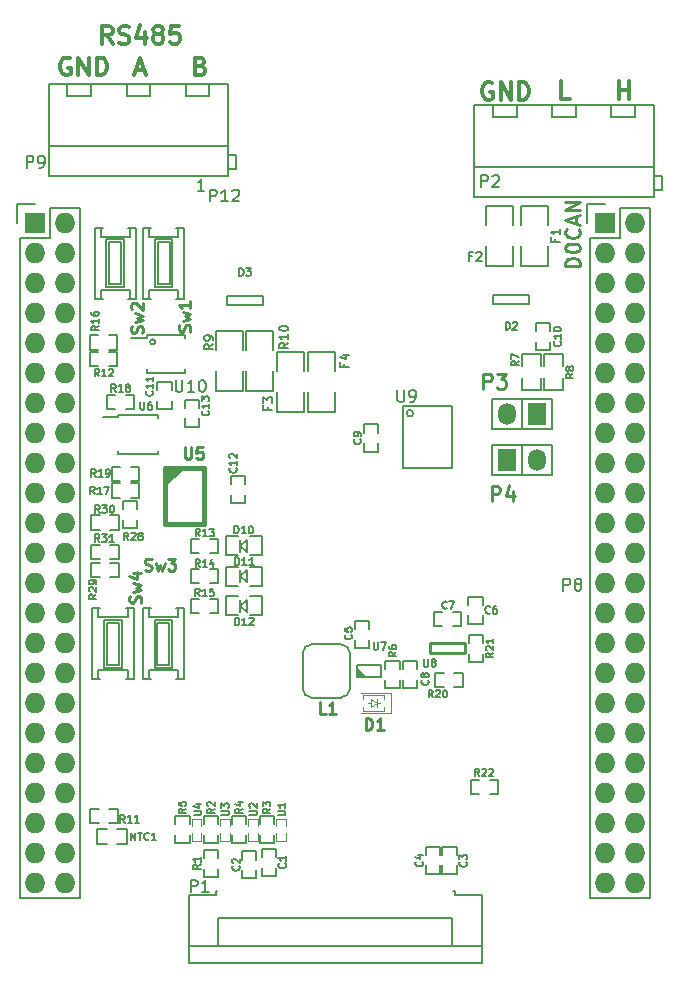
<source format=gbr>
%TF.GenerationSoftware,KiCad,Pcbnew,5.99.0-unknown-7afc3f7df9~127~ubuntu20.04.1*%
%TF.CreationDate,2021-04-27T12:41:46+02:00*%
%TF.ProjectId,bbb-lcd-rgb-display-cape,6262622d-6c63-4642-9d72-67622d646973,V1.0*%
%TF.SameCoordinates,Original*%
%TF.FileFunction,Legend,Top*%
%TF.FilePolarity,Positive*%
%FSLAX46Y46*%
G04 Gerber Fmt 4.6, Leading zero omitted, Abs format (unit mm)*
G04 Created by KiCad (PCBNEW 5.99.0-unknown-7afc3f7df9~127~ubuntu20.04.1) date 2021-04-27 12:41:46*
%MOMM*%
%LPD*%
G01*
G04 APERTURE LIST*
%ADD10C,0.300000*%
%ADD11C,0.250000*%
%ADD12C,0.158750*%
%ADD13C,0.150000*%
%ADD14C,0.127000*%
%ADD15C,0.254000*%
%ADD16C,0.203200*%
%ADD17C,0.100000*%
%ADD18C,0.120000*%
%ADD19C,0.381000*%
%ADD20R,1.727200X1.727200*%
%ADD21O,1.727200X1.727200*%
%ADD22R,1.524000X1.850000*%
%ADD23O,1.524000X1.850000*%
G04 APERTURE END LIST*
D10*
X130377242Y-49125257D02*
X130591528Y-49196685D01*
X130662957Y-49268114D01*
X130734385Y-49410971D01*
X130734385Y-49625257D01*
X130662957Y-49768114D01*
X130591528Y-49839542D01*
X130448671Y-49910971D01*
X129877242Y-49910971D01*
X129877242Y-48410971D01*
X130377242Y-48410971D01*
X130520100Y-48482400D01*
X130591528Y-48553828D01*
X130662957Y-48696685D01*
X130662957Y-48839542D01*
X130591528Y-48982400D01*
X130520100Y-49053828D01*
X130377242Y-49125257D01*
X129877242Y-49125257D01*
X122907242Y-47230971D02*
X122407242Y-46516685D01*
X122050100Y-47230971D02*
X122050100Y-45730971D01*
X122621528Y-45730971D01*
X122764385Y-45802400D01*
X122835814Y-45873828D01*
X122907242Y-46016685D01*
X122907242Y-46230971D01*
X122835814Y-46373828D01*
X122764385Y-46445257D01*
X122621528Y-46516685D01*
X122050100Y-46516685D01*
X123478671Y-47159542D02*
X123692957Y-47230971D01*
X124050100Y-47230971D01*
X124192957Y-47159542D01*
X124264385Y-47088114D01*
X124335814Y-46945257D01*
X124335814Y-46802400D01*
X124264385Y-46659542D01*
X124192957Y-46588114D01*
X124050100Y-46516685D01*
X123764385Y-46445257D01*
X123621528Y-46373828D01*
X123550100Y-46302400D01*
X123478671Y-46159542D01*
X123478671Y-46016685D01*
X123550100Y-45873828D01*
X123621528Y-45802400D01*
X123764385Y-45730971D01*
X124121528Y-45730971D01*
X124335814Y-45802400D01*
X125621528Y-46230971D02*
X125621528Y-47230971D01*
X125264385Y-45659542D02*
X124907242Y-46730971D01*
X125835814Y-46730971D01*
X126621528Y-46373828D02*
X126478671Y-46302400D01*
X126407242Y-46230971D01*
X126335814Y-46088114D01*
X126335814Y-46016685D01*
X126407242Y-45873828D01*
X126478671Y-45802400D01*
X126621528Y-45730971D01*
X126907242Y-45730971D01*
X127050100Y-45802400D01*
X127121528Y-45873828D01*
X127192957Y-46016685D01*
X127192957Y-46088114D01*
X127121528Y-46230971D01*
X127050100Y-46302400D01*
X126907242Y-46373828D01*
X126621528Y-46373828D01*
X126478671Y-46445257D01*
X126407242Y-46516685D01*
X126335814Y-46659542D01*
X126335814Y-46945257D01*
X126407242Y-47088114D01*
X126478671Y-47159542D01*
X126621528Y-47230971D01*
X126907242Y-47230971D01*
X127050100Y-47159542D01*
X127121528Y-47088114D01*
X127192957Y-46945257D01*
X127192957Y-46659542D01*
X127121528Y-46516685D01*
X127050100Y-46445257D01*
X126907242Y-46373828D01*
X128550100Y-45730971D02*
X127835814Y-45730971D01*
X127764385Y-46445257D01*
X127835814Y-46373828D01*
X127978671Y-46302400D01*
X128335814Y-46302400D01*
X128478671Y-46373828D01*
X128550100Y-46445257D01*
X128621528Y-46588114D01*
X128621528Y-46945257D01*
X128550100Y-47088114D01*
X128478671Y-47159542D01*
X128335814Y-47230971D01*
X127978671Y-47230971D01*
X127835814Y-47159542D01*
X127764385Y-47088114D01*
X124872957Y-49482400D02*
X125587242Y-49482400D01*
X124730100Y-49910971D02*
X125230100Y-48410971D01*
X125730100Y-49910971D01*
X119307242Y-48482400D02*
X119164385Y-48410971D01*
X118950100Y-48410971D01*
X118735814Y-48482400D01*
X118592957Y-48625257D01*
X118521528Y-48768114D01*
X118450100Y-49053828D01*
X118450100Y-49268114D01*
X118521528Y-49553828D01*
X118592957Y-49696685D01*
X118735814Y-49839542D01*
X118950100Y-49910971D01*
X119092957Y-49910971D01*
X119307242Y-49839542D01*
X119378671Y-49768114D01*
X119378671Y-49268114D01*
X119092957Y-49268114D01*
X120021528Y-49910971D02*
X120021528Y-48410971D01*
X120878671Y-49910971D01*
X120878671Y-48410971D01*
X121592957Y-49910971D02*
X121592957Y-48410971D01*
X121950100Y-48410971D01*
X122164385Y-48482400D01*
X122307242Y-48625257D01*
X122378671Y-48768114D01*
X122450100Y-49053828D01*
X122450100Y-49268114D01*
X122378671Y-49553828D01*
X122307242Y-49696685D01*
X122164385Y-49839542D01*
X121950100Y-49910971D01*
X121592957Y-49910971D01*
D11*
X162495576Y-66080495D02*
X161245576Y-66080495D01*
X161245576Y-65782876D01*
X161305100Y-65604304D01*
X161424147Y-65485257D01*
X161543195Y-65425733D01*
X161781290Y-65366209D01*
X161959861Y-65366209D01*
X162197957Y-65425733D01*
X162317004Y-65485257D01*
X162436052Y-65604304D01*
X162495576Y-65782876D01*
X162495576Y-66080495D01*
X161245576Y-64592400D02*
X161245576Y-64473352D01*
X161305100Y-64354304D01*
X161364623Y-64294780D01*
X161483671Y-64235257D01*
X161721766Y-64175733D01*
X162019385Y-64175733D01*
X162257480Y-64235257D01*
X162376528Y-64294780D01*
X162436052Y-64354304D01*
X162495576Y-64473352D01*
X162495576Y-64592400D01*
X162436052Y-64711447D01*
X162376528Y-64770971D01*
X162257480Y-64830495D01*
X162019385Y-64890019D01*
X161721766Y-64890019D01*
X161483671Y-64830495D01*
X161364623Y-64770971D01*
X161305100Y-64711447D01*
X161245576Y-64592400D01*
X162376528Y-62925733D02*
X162436052Y-62985257D01*
X162495576Y-63163828D01*
X162495576Y-63282876D01*
X162436052Y-63461447D01*
X162317004Y-63580495D01*
X162197957Y-63640019D01*
X161959861Y-63699542D01*
X161781290Y-63699542D01*
X161543195Y-63640019D01*
X161424147Y-63580495D01*
X161305100Y-63461447D01*
X161245576Y-63282876D01*
X161245576Y-63163828D01*
X161305100Y-62985257D01*
X161364623Y-62925733D01*
X162138433Y-62449542D02*
X162138433Y-61854304D01*
X162495576Y-62568590D02*
X161245576Y-62151923D01*
X162495576Y-61735257D01*
X162495576Y-61318590D02*
X161245576Y-61318590D01*
X162495576Y-60604304D01*
X161245576Y-60604304D01*
D10*
X161614385Y-51930971D02*
X160900100Y-51930971D01*
X160900100Y-50430971D01*
X155037242Y-50552400D02*
X154894385Y-50480971D01*
X154680100Y-50480971D01*
X154465814Y-50552400D01*
X154322957Y-50695257D01*
X154251528Y-50838114D01*
X154180100Y-51123828D01*
X154180100Y-51338114D01*
X154251528Y-51623828D01*
X154322957Y-51766685D01*
X154465814Y-51909542D01*
X154680100Y-51980971D01*
X154822957Y-51980971D01*
X155037242Y-51909542D01*
X155108671Y-51838114D01*
X155108671Y-51338114D01*
X154822957Y-51338114D01*
X155751528Y-51980971D02*
X155751528Y-50480971D01*
X156608671Y-51980971D01*
X156608671Y-50480971D01*
X157322957Y-51980971D02*
X157322957Y-50480971D01*
X157680100Y-50480971D01*
X157894385Y-50552400D01*
X158037242Y-50695257D01*
X158108671Y-50838114D01*
X158180100Y-51123828D01*
X158180100Y-51338114D01*
X158108671Y-51623828D01*
X158037242Y-51766685D01*
X157894385Y-51909542D01*
X157680100Y-51980971D01*
X157322957Y-51980971D01*
X165761528Y-51930971D02*
X165761528Y-50430971D01*
X165761528Y-51145257D02*
X166618671Y-51145257D01*
X166618671Y-51930971D02*
X166618671Y-50430971D01*
D12*
%TO.C,D3*%
X133651409Y-66886661D02*
X133651409Y-66251661D01*
X133802600Y-66251661D01*
X133893314Y-66281900D01*
X133953790Y-66342376D01*
X133984028Y-66402852D01*
X134014266Y-66523804D01*
X134014266Y-66614519D01*
X133984028Y-66735471D01*
X133953790Y-66795947D01*
X133893314Y-66856423D01*
X133802600Y-66886661D01*
X133651409Y-66886661D01*
X134225933Y-66251661D02*
X134619028Y-66251661D01*
X134407361Y-66493566D01*
X134498076Y-66493566D01*
X134558552Y-66523804D01*
X134588790Y-66554042D01*
X134619028Y-66614519D01*
X134619028Y-66765709D01*
X134588790Y-66826185D01*
X134558552Y-66856423D01*
X134498076Y-66886661D01*
X134316647Y-66886661D01*
X134256171Y-66856423D01*
X134225933Y-66826185D01*
%TO.C,D2*%
X156181409Y-71439661D02*
X156181409Y-70804661D01*
X156332600Y-70804661D01*
X156423314Y-70834900D01*
X156483790Y-70895376D01*
X156514028Y-70955852D01*
X156544266Y-71076804D01*
X156544266Y-71167519D01*
X156514028Y-71288471D01*
X156483790Y-71348947D01*
X156423314Y-71409423D01*
X156332600Y-71439661D01*
X156181409Y-71439661D01*
X156786171Y-70865138D02*
X156816409Y-70834900D01*
X156876885Y-70804661D01*
X157028076Y-70804661D01*
X157088552Y-70834900D01*
X157118790Y-70865138D01*
X157149028Y-70925614D01*
X157149028Y-70986090D01*
X157118790Y-71076804D01*
X156755933Y-71439661D01*
X157149028Y-71439661D01*
D13*
%TO.C,P8*%
X161082004Y-93534780D02*
X161082004Y-92534780D01*
X161462957Y-92534780D01*
X161558195Y-92582400D01*
X161605814Y-92630019D01*
X161653433Y-92725257D01*
X161653433Y-92868114D01*
X161605814Y-92963352D01*
X161558195Y-93010971D01*
X161462957Y-93058590D01*
X161082004Y-93058590D01*
X162224861Y-92963352D02*
X162129623Y-92915733D01*
X162082004Y-92868114D01*
X162034385Y-92772876D01*
X162034385Y-92725257D01*
X162082004Y-92630019D01*
X162129623Y-92582400D01*
X162224861Y-92534780D01*
X162415338Y-92534780D01*
X162510576Y-92582400D01*
X162558195Y-92630019D01*
X162605814Y-92725257D01*
X162605814Y-92772876D01*
X162558195Y-92868114D01*
X162510576Y-92915733D01*
X162415338Y-92963352D01*
X162224861Y-92963352D01*
X162129623Y-93010971D01*
X162082004Y-93058590D01*
X162034385Y-93153828D01*
X162034385Y-93344304D01*
X162082004Y-93439542D01*
X162129623Y-93487161D01*
X162224861Y-93534780D01*
X162415338Y-93534780D01*
X162510576Y-93487161D01*
X162558195Y-93439542D01*
X162605814Y-93344304D01*
X162605814Y-93153828D01*
X162558195Y-93058590D01*
X162510576Y-93010971D01*
X162415338Y-92963352D01*
%TO.C,P9*%
X115632004Y-57734780D02*
X115632004Y-56734780D01*
X116012957Y-56734780D01*
X116108195Y-56782400D01*
X116155814Y-56830019D01*
X116203433Y-56925257D01*
X116203433Y-57068114D01*
X116155814Y-57163352D01*
X116108195Y-57210971D01*
X116012957Y-57258590D01*
X115632004Y-57258590D01*
X116679623Y-57734780D02*
X116870100Y-57734780D01*
X116965338Y-57687161D01*
X117012957Y-57639542D01*
X117108195Y-57496685D01*
X117155814Y-57306209D01*
X117155814Y-56925257D01*
X117108195Y-56830019D01*
X117060576Y-56782400D01*
X116965338Y-56734780D01*
X116774861Y-56734780D01*
X116679623Y-56782400D01*
X116632004Y-56830019D01*
X116584385Y-56925257D01*
X116584385Y-57163352D01*
X116632004Y-57258590D01*
X116679623Y-57306209D01*
X116774861Y-57353828D01*
X116965338Y-57353828D01*
X117060576Y-57306209D01*
X117108195Y-57258590D01*
X117155814Y-57163352D01*
D14*
%TO.C,R21*%
X155147361Y-98820614D02*
X154844980Y-99032280D01*
X155147361Y-99183471D02*
X154512361Y-99183471D01*
X154512361Y-98941566D01*
X154542600Y-98881090D01*
X154572838Y-98850852D01*
X154633314Y-98820614D01*
X154724028Y-98820614D01*
X154784504Y-98850852D01*
X154814742Y-98881090D01*
X154844980Y-98941566D01*
X154844980Y-99183471D01*
X154572838Y-98578709D02*
X154542600Y-98548471D01*
X154512361Y-98487995D01*
X154512361Y-98336804D01*
X154542600Y-98276328D01*
X154572838Y-98246090D01*
X154633314Y-98215852D01*
X154693790Y-98215852D01*
X154784504Y-98246090D01*
X155147361Y-98608947D01*
X155147361Y-98215852D01*
X155147361Y-97611090D02*
X155147361Y-97973947D01*
X155147361Y-97792519D02*
X154512361Y-97792519D01*
X154603076Y-97852995D01*
X154663552Y-97913471D01*
X154693790Y-97973947D01*
%TO.C,R13*%
X130291885Y-88939661D02*
X130080219Y-88637280D01*
X129929028Y-88939661D02*
X129929028Y-88304661D01*
X130170933Y-88304661D01*
X130231409Y-88334900D01*
X130261647Y-88365138D01*
X130291885Y-88425614D01*
X130291885Y-88516328D01*
X130261647Y-88576804D01*
X130231409Y-88607042D01*
X130170933Y-88637280D01*
X129929028Y-88637280D01*
X130896647Y-88939661D02*
X130533790Y-88939661D01*
X130715219Y-88939661D02*
X130715219Y-88304661D01*
X130654742Y-88395376D01*
X130594266Y-88455852D01*
X130533790Y-88486090D01*
X131108314Y-88304661D02*
X131501409Y-88304661D01*
X131289742Y-88546566D01*
X131380457Y-88546566D01*
X131440933Y-88576804D01*
X131471171Y-88607042D01*
X131501409Y-88667519D01*
X131501409Y-88818709D01*
X131471171Y-88879185D01*
X131440933Y-88909423D01*
X131380457Y-88939661D01*
X131199028Y-88939661D01*
X131138552Y-88909423D01*
X131108314Y-88879185D01*
%TO.C,C8*%
X149616885Y-101118233D02*
X149647123Y-101148471D01*
X149677361Y-101239185D01*
X149677361Y-101299661D01*
X149647123Y-101390376D01*
X149586647Y-101450852D01*
X149526171Y-101481090D01*
X149405219Y-101511328D01*
X149314504Y-101511328D01*
X149193552Y-101481090D01*
X149133076Y-101450852D01*
X149072600Y-101390376D01*
X149042361Y-101299661D01*
X149042361Y-101239185D01*
X149072600Y-101148471D01*
X149102838Y-101118233D01*
X149314504Y-100755376D02*
X149284266Y-100815852D01*
X149254028Y-100846090D01*
X149193552Y-100876328D01*
X149163314Y-100876328D01*
X149102838Y-100846090D01*
X149072600Y-100815852D01*
X149042361Y-100755376D01*
X149042361Y-100634423D01*
X149072600Y-100573947D01*
X149102838Y-100543709D01*
X149163314Y-100513471D01*
X149193552Y-100513471D01*
X149254028Y-100543709D01*
X149284266Y-100573947D01*
X149314504Y-100634423D01*
X149314504Y-100755376D01*
X149344742Y-100815852D01*
X149374980Y-100846090D01*
X149435457Y-100876328D01*
X149556409Y-100876328D01*
X149616885Y-100846090D01*
X149647123Y-100815852D01*
X149677361Y-100755376D01*
X149677361Y-100634423D01*
X149647123Y-100573947D01*
X149616885Y-100543709D01*
X149556409Y-100513471D01*
X149435457Y-100513471D01*
X149374980Y-100543709D01*
X149344742Y-100573947D01*
X149314504Y-100634423D01*
%TO.C,R18*%
X123171885Y-76699661D02*
X122960219Y-76397280D01*
X122809028Y-76699661D02*
X122809028Y-76064661D01*
X123050933Y-76064661D01*
X123111409Y-76094900D01*
X123141647Y-76125138D01*
X123171885Y-76185614D01*
X123171885Y-76276328D01*
X123141647Y-76336804D01*
X123111409Y-76367042D01*
X123050933Y-76397280D01*
X122809028Y-76397280D01*
X123776647Y-76699661D02*
X123413790Y-76699661D01*
X123595219Y-76699661D02*
X123595219Y-76064661D01*
X123534742Y-76155376D01*
X123474266Y-76215852D01*
X123413790Y-76246090D01*
X124139504Y-76336804D02*
X124079028Y-76306566D01*
X124048790Y-76276328D01*
X124018552Y-76215852D01*
X124018552Y-76185614D01*
X124048790Y-76125138D01*
X124079028Y-76094900D01*
X124139504Y-76064661D01*
X124260457Y-76064661D01*
X124320933Y-76094900D01*
X124351171Y-76125138D01*
X124381409Y-76185614D01*
X124381409Y-76215852D01*
X124351171Y-76276328D01*
X124320933Y-76306566D01*
X124260457Y-76336804D01*
X124139504Y-76336804D01*
X124079028Y-76367042D01*
X124048790Y-76397280D01*
X124018552Y-76457757D01*
X124018552Y-76578709D01*
X124048790Y-76639185D01*
X124079028Y-76669423D01*
X124139504Y-76699661D01*
X124260457Y-76699661D01*
X124320933Y-76669423D01*
X124351171Y-76639185D01*
X124381409Y-76578709D01*
X124381409Y-76457757D01*
X124351171Y-76397280D01*
X124320933Y-76367042D01*
X124260457Y-76336804D01*
%TO.C,R6*%
X146917361Y-98748233D02*
X146614980Y-98959900D01*
X146917361Y-99111090D02*
X146282361Y-99111090D01*
X146282361Y-98869185D01*
X146312600Y-98808709D01*
X146342838Y-98778471D01*
X146403314Y-98748233D01*
X146494028Y-98748233D01*
X146554504Y-98778471D01*
X146584742Y-98808709D01*
X146614980Y-98869185D01*
X146614980Y-99111090D01*
X146282361Y-98203947D02*
X146282361Y-98324900D01*
X146312600Y-98385376D01*
X146342838Y-98415614D01*
X146433552Y-98476090D01*
X146554504Y-98506328D01*
X146796409Y-98506328D01*
X146856885Y-98476090D01*
X146887123Y-98445852D01*
X146917361Y-98385376D01*
X146917361Y-98264423D01*
X146887123Y-98203947D01*
X146856885Y-98173709D01*
X146796409Y-98143471D01*
X146645219Y-98143471D01*
X146584742Y-98173709D01*
X146554504Y-98203947D01*
X146524266Y-98264423D01*
X146524266Y-98385376D01*
X146554504Y-98445852D01*
X146584742Y-98476090D01*
X146645219Y-98506328D01*
%TO.C,R7*%
X157317361Y-74108233D02*
X157014980Y-74319900D01*
X157317361Y-74471090D02*
X156682361Y-74471090D01*
X156682361Y-74229185D01*
X156712600Y-74168709D01*
X156742838Y-74138471D01*
X156803314Y-74108233D01*
X156894028Y-74108233D01*
X156954504Y-74138471D01*
X156984742Y-74168709D01*
X157014980Y-74229185D01*
X157014980Y-74471090D01*
X156682361Y-73896566D02*
X156682361Y-73473233D01*
X157317361Y-73745376D01*
%TO.C,R1*%
X130367361Y-116728233D02*
X130064980Y-116939900D01*
X130367361Y-117091090D02*
X129732361Y-117091090D01*
X129732361Y-116849185D01*
X129762600Y-116788709D01*
X129792838Y-116758471D01*
X129853314Y-116728233D01*
X129944028Y-116728233D01*
X130004504Y-116758471D01*
X130034742Y-116788709D01*
X130064980Y-116849185D01*
X130064980Y-117091090D01*
X130367361Y-116123471D02*
X130367361Y-116486328D01*
X130367361Y-116304900D02*
X129732361Y-116304900D01*
X129823076Y-116365376D01*
X129883552Y-116425852D01*
X129913790Y-116486328D01*
D12*
%TO.C,U6*%
X125246290Y-77584661D02*
X125246290Y-78098709D01*
X125276528Y-78159185D01*
X125306766Y-78189423D01*
X125367242Y-78219661D01*
X125488195Y-78219661D01*
X125548671Y-78189423D01*
X125578909Y-78159185D01*
X125609147Y-78098709D01*
X125609147Y-77584661D01*
X126183671Y-77584661D02*
X126062719Y-77584661D01*
X126002242Y-77614900D01*
X125972004Y-77645138D01*
X125911528Y-77735852D01*
X125881290Y-77856804D01*
X125881290Y-78098709D01*
X125911528Y-78159185D01*
X125941766Y-78189423D01*
X126002242Y-78219661D01*
X126123195Y-78219661D01*
X126183671Y-78189423D01*
X126213909Y-78159185D01*
X126244147Y-78098709D01*
X126244147Y-77947519D01*
X126213909Y-77887042D01*
X126183671Y-77856804D01*
X126123195Y-77826566D01*
X126002242Y-77826566D01*
X125941766Y-77856804D01*
X125911528Y-77887042D01*
X125881290Y-77947519D01*
D14*
%TO.C,R19*%
X121461885Y-83899661D02*
X121250219Y-83597280D01*
X121099028Y-83899661D02*
X121099028Y-83264661D01*
X121340933Y-83264661D01*
X121401409Y-83294900D01*
X121431647Y-83325138D01*
X121461885Y-83385614D01*
X121461885Y-83476328D01*
X121431647Y-83536804D01*
X121401409Y-83567042D01*
X121340933Y-83597280D01*
X121099028Y-83597280D01*
X122066647Y-83899661D02*
X121703790Y-83899661D01*
X121885219Y-83899661D02*
X121885219Y-83264661D01*
X121824742Y-83355376D01*
X121764266Y-83415852D01*
X121703790Y-83446090D01*
X122369028Y-83899661D02*
X122489980Y-83899661D01*
X122550457Y-83869423D01*
X122580695Y-83839185D01*
X122641171Y-83748471D01*
X122671409Y-83627519D01*
X122671409Y-83385614D01*
X122641171Y-83325138D01*
X122610933Y-83294900D01*
X122550457Y-83264661D01*
X122429504Y-83264661D01*
X122369028Y-83294900D01*
X122338790Y-83325138D01*
X122308552Y-83385614D01*
X122308552Y-83536804D01*
X122338790Y-83597280D01*
X122369028Y-83627519D01*
X122429504Y-83657757D01*
X122550457Y-83657757D01*
X122610933Y-83627519D01*
X122641171Y-83597280D01*
X122671409Y-83536804D01*
%TO.C,D10*%
X133229028Y-88689661D02*
X133229028Y-88054661D01*
X133380219Y-88054661D01*
X133470933Y-88084900D01*
X133531409Y-88145376D01*
X133561647Y-88205852D01*
X133591885Y-88326804D01*
X133591885Y-88417519D01*
X133561647Y-88538471D01*
X133531409Y-88598947D01*
X133470933Y-88659423D01*
X133380219Y-88689661D01*
X133229028Y-88689661D01*
X134196647Y-88689661D02*
X133833790Y-88689661D01*
X134015219Y-88689661D02*
X134015219Y-88054661D01*
X133954742Y-88145376D01*
X133894266Y-88205852D01*
X133833790Y-88236090D01*
X134589742Y-88054661D02*
X134650219Y-88054661D01*
X134710695Y-88084900D01*
X134740933Y-88115138D01*
X134771171Y-88175614D01*
X134801409Y-88296566D01*
X134801409Y-88447757D01*
X134771171Y-88568709D01*
X134740933Y-88629185D01*
X134710695Y-88659423D01*
X134650219Y-88689661D01*
X134589742Y-88689661D01*
X134529266Y-88659423D01*
X134499028Y-88629185D01*
X134468790Y-88568709D01*
X134438552Y-88447757D01*
X134438552Y-88296566D01*
X134468790Y-88175614D01*
X134499028Y-88115138D01*
X134529266Y-88084900D01*
X134589742Y-88054661D01*
D11*
%TO.C,Sw3*%
X125644385Y-91797161D02*
X125787242Y-91844780D01*
X126025338Y-91844780D01*
X126120576Y-91797161D01*
X126168195Y-91749542D01*
X126215814Y-91654304D01*
X126215814Y-91559066D01*
X126168195Y-91463828D01*
X126120576Y-91416209D01*
X126025338Y-91368590D01*
X125834861Y-91320971D01*
X125739623Y-91273352D01*
X125692004Y-91225733D01*
X125644385Y-91130495D01*
X125644385Y-91035257D01*
X125692004Y-90940019D01*
X125739623Y-90892400D01*
X125834861Y-90844780D01*
X126072957Y-90844780D01*
X126215814Y-90892400D01*
X126549147Y-91178114D02*
X126739623Y-91844780D01*
X126930100Y-91368590D01*
X127120576Y-91844780D01*
X127311052Y-91178114D01*
X127596766Y-90844780D02*
X128215814Y-90844780D01*
X127882480Y-91225733D01*
X128025338Y-91225733D01*
X128120576Y-91273352D01*
X128168195Y-91320971D01*
X128215814Y-91416209D01*
X128215814Y-91654304D01*
X128168195Y-91749542D01*
X128120576Y-91797161D01*
X128025338Y-91844780D01*
X127739623Y-91844780D01*
X127644385Y-91797161D01*
X127596766Y-91749542D01*
D15*
%TO.C,P4*%
X154992719Y-85956923D02*
X154992719Y-84686923D01*
X155476528Y-84686923D01*
X155597480Y-84747400D01*
X155657957Y-84807876D01*
X155718433Y-84928828D01*
X155718433Y-85110257D01*
X155657957Y-85231209D01*
X155597480Y-85291685D01*
X155476528Y-85352161D01*
X154992719Y-85352161D01*
X156807004Y-85110257D02*
X156807004Y-85956923D01*
X156504623Y-84626447D02*
X156202242Y-85533590D01*
X156988433Y-85533590D01*
D14*
%TO.C,C7*%
X151204266Y-95019185D02*
X151174028Y-95049423D01*
X151083314Y-95079661D01*
X151022838Y-95079661D01*
X150932123Y-95049423D01*
X150871647Y-94988947D01*
X150841409Y-94928471D01*
X150811171Y-94807519D01*
X150811171Y-94716804D01*
X150841409Y-94595852D01*
X150871647Y-94535376D01*
X150932123Y-94474900D01*
X151022838Y-94444661D01*
X151083314Y-94444661D01*
X151174028Y-94474900D01*
X151204266Y-94505138D01*
X151415933Y-94444661D02*
X151839266Y-94444661D01*
X151567123Y-95079661D01*
%TO.C,R3*%
X136267361Y-112008233D02*
X135964980Y-112219900D01*
X136267361Y-112371090D02*
X135632361Y-112371090D01*
X135632361Y-112129185D01*
X135662600Y-112068709D01*
X135692838Y-112038471D01*
X135753314Y-112008233D01*
X135844028Y-112008233D01*
X135904504Y-112038471D01*
X135934742Y-112068709D01*
X135964980Y-112129185D01*
X135964980Y-112371090D01*
X135632361Y-111796566D02*
X135632361Y-111403471D01*
X135874266Y-111615138D01*
X135874266Y-111524423D01*
X135904504Y-111463947D01*
X135934742Y-111433709D01*
X135995219Y-111403471D01*
X136146409Y-111403471D01*
X136206885Y-111433709D01*
X136237123Y-111463947D01*
X136267361Y-111524423D01*
X136267361Y-111705852D01*
X136237123Y-111766328D01*
X136206885Y-111796566D01*
%TO.C,C6*%
X154862516Y-95429185D02*
X154832278Y-95459423D01*
X154741564Y-95489661D01*
X154681088Y-95489661D01*
X154590373Y-95459423D01*
X154529897Y-95398947D01*
X154499659Y-95338471D01*
X154469421Y-95217519D01*
X154469421Y-95126804D01*
X154499659Y-95005852D01*
X154529897Y-94945376D01*
X154590373Y-94884900D01*
X154681088Y-94854661D01*
X154741564Y-94854661D01*
X154832278Y-94884900D01*
X154862516Y-94915138D01*
X155406802Y-94854661D02*
X155285850Y-94854661D01*
X155225373Y-94884900D01*
X155195135Y-94915138D01*
X155134659Y-95005852D01*
X155104421Y-95126804D01*
X155104421Y-95368709D01*
X155134659Y-95429185D01*
X155164897Y-95459423D01*
X155225373Y-95489661D01*
X155346326Y-95489661D01*
X155406802Y-95459423D01*
X155437040Y-95429185D01*
X155467278Y-95368709D01*
X155467278Y-95217519D01*
X155437040Y-95157042D01*
X155406802Y-95126804D01*
X155346326Y-95096566D01*
X155225373Y-95096566D01*
X155164897Y-95126804D01*
X155134659Y-95157042D01*
X155104421Y-95217519D01*
%TO.C,D11*%
X133289028Y-91369661D02*
X133289028Y-90734661D01*
X133440219Y-90734661D01*
X133530933Y-90764900D01*
X133591409Y-90825376D01*
X133621647Y-90885852D01*
X133651885Y-91006804D01*
X133651885Y-91097519D01*
X133621647Y-91218471D01*
X133591409Y-91278947D01*
X133530933Y-91339423D01*
X133440219Y-91369661D01*
X133289028Y-91369661D01*
X134256647Y-91369661D02*
X133893790Y-91369661D01*
X134075219Y-91369661D02*
X134075219Y-90734661D01*
X134014742Y-90825376D01*
X133954266Y-90885852D01*
X133893790Y-90916090D01*
X134861409Y-91369661D02*
X134498552Y-91369661D01*
X134679980Y-91369661D02*
X134679980Y-90734661D01*
X134619504Y-90825376D01*
X134559028Y-90885852D01*
X134498552Y-90916090D01*
%TO.C,R22*%
X153931885Y-109239661D02*
X153720219Y-108937280D01*
X153569028Y-109239661D02*
X153569028Y-108604661D01*
X153810933Y-108604661D01*
X153871409Y-108634900D01*
X153901647Y-108665138D01*
X153931885Y-108725614D01*
X153931885Y-108816328D01*
X153901647Y-108876804D01*
X153871409Y-108907042D01*
X153810933Y-108937280D01*
X153569028Y-108937280D01*
X154173790Y-108665138D02*
X154204028Y-108634900D01*
X154264504Y-108604661D01*
X154415695Y-108604661D01*
X154476171Y-108634900D01*
X154506409Y-108665138D01*
X154536647Y-108725614D01*
X154536647Y-108786090D01*
X154506409Y-108876804D01*
X154143552Y-109239661D01*
X154536647Y-109239661D01*
X154778552Y-108665138D02*
X154808790Y-108634900D01*
X154869266Y-108604661D01*
X155020457Y-108604661D01*
X155080933Y-108634900D01*
X155111171Y-108665138D01*
X155141409Y-108725614D01*
X155141409Y-108786090D01*
X155111171Y-108876804D01*
X154748314Y-109239661D01*
X155141409Y-109239661D01*
%TO.C,C2*%
X133606885Y-116848233D02*
X133637123Y-116878471D01*
X133667361Y-116969185D01*
X133667361Y-117029661D01*
X133637123Y-117120376D01*
X133576647Y-117180852D01*
X133516171Y-117211090D01*
X133395219Y-117241328D01*
X133304504Y-117241328D01*
X133183552Y-117211090D01*
X133123076Y-117180852D01*
X133062600Y-117120376D01*
X133032361Y-117029661D01*
X133032361Y-116969185D01*
X133062600Y-116878471D01*
X133092838Y-116848233D01*
X133092838Y-116606328D02*
X133062600Y-116576090D01*
X133032361Y-116515614D01*
X133032361Y-116364423D01*
X133062600Y-116303947D01*
X133092838Y-116273709D01*
X133153314Y-116243471D01*
X133213790Y-116243471D01*
X133304504Y-116273709D01*
X133667361Y-116636566D01*
X133667361Y-116243471D01*
%TO.C,R29*%
X121537361Y-93850614D02*
X121234980Y-94062280D01*
X121537361Y-94213471D02*
X120902361Y-94213471D01*
X120902361Y-93971566D01*
X120932600Y-93911090D01*
X120962838Y-93880852D01*
X121023314Y-93850614D01*
X121114028Y-93850614D01*
X121174504Y-93880852D01*
X121204742Y-93911090D01*
X121234980Y-93971566D01*
X121234980Y-94213471D01*
X120962838Y-93608709D02*
X120932600Y-93578471D01*
X120902361Y-93517995D01*
X120902361Y-93366804D01*
X120932600Y-93306328D01*
X120962838Y-93276090D01*
X121023314Y-93245852D01*
X121083790Y-93245852D01*
X121174504Y-93276090D01*
X121537361Y-93638947D01*
X121537361Y-93245852D01*
X121537361Y-92943471D02*
X121537361Y-92822519D01*
X121507123Y-92762042D01*
X121476885Y-92731804D01*
X121386171Y-92671328D01*
X121265219Y-92641090D01*
X121023314Y-92641090D01*
X120962838Y-92671328D01*
X120932600Y-92701566D01*
X120902361Y-92762042D01*
X120902361Y-92882995D01*
X120932600Y-92943471D01*
X120962838Y-92973709D01*
X121023314Y-93003947D01*
X121174504Y-93003947D01*
X121234980Y-92973709D01*
X121265219Y-92943471D01*
X121295457Y-92882995D01*
X121295457Y-92762042D01*
X121265219Y-92701566D01*
X121234980Y-92671328D01*
X121174504Y-92641090D01*
D13*
%TO.C,U2*%
X134482361Y-112546209D02*
X134996409Y-112546209D01*
X135056885Y-112515971D01*
X135087123Y-112485733D01*
X135117361Y-112425257D01*
X135117361Y-112304304D01*
X135087123Y-112243828D01*
X135056885Y-112213590D01*
X134996409Y-112183352D01*
X134482361Y-112183352D01*
X134542838Y-111911209D02*
X134512600Y-111880971D01*
X134482361Y-111820495D01*
X134482361Y-111669304D01*
X134512600Y-111608828D01*
X134542838Y-111578590D01*
X134603314Y-111548352D01*
X134663790Y-111548352D01*
X134754504Y-111578590D01*
X135117361Y-111941447D01*
X135117361Y-111548352D01*
D12*
%TO.C,NTC1*%
X124456885Y-114669661D02*
X124456885Y-114034661D01*
X124819742Y-114669661D01*
X124819742Y-114034661D01*
X125031409Y-114034661D02*
X125394266Y-114034661D01*
X125212838Y-114669661D02*
X125212838Y-114034661D01*
X125968790Y-114609185D02*
X125938552Y-114639423D01*
X125847838Y-114669661D01*
X125787361Y-114669661D01*
X125696647Y-114639423D01*
X125636171Y-114578947D01*
X125605933Y-114518471D01*
X125575695Y-114397519D01*
X125575695Y-114306804D01*
X125605933Y-114185852D01*
X125636171Y-114125376D01*
X125696647Y-114064900D01*
X125787361Y-114034661D01*
X125847838Y-114034661D01*
X125938552Y-114064900D01*
X125968790Y-114095138D01*
X126573552Y-114669661D02*
X126210695Y-114669661D01*
X126392123Y-114669661D02*
X126392123Y-114034661D01*
X126331647Y-114125376D01*
X126271171Y-114185852D01*
X126210695Y-114216090D01*
D14*
%TO.C,F3*%
X136045671Y-77976400D02*
X136045671Y-78230400D01*
X136444814Y-78230400D02*
X135682814Y-78230400D01*
X135682814Y-77867542D01*
X135682814Y-77649828D02*
X135682814Y-77178114D01*
X135973100Y-77432114D01*
X135973100Y-77323257D01*
X136009385Y-77250685D01*
X136045671Y-77214400D01*
X136118242Y-77178114D01*
X136299671Y-77178114D01*
X136372242Y-77214400D01*
X136408528Y-77250685D01*
X136444814Y-77323257D01*
X136444814Y-77540971D01*
X136408528Y-77613542D01*
X136372242Y-77649828D01*
%TO.C,R10*%
X137784814Y-72562257D02*
X137421957Y-72816257D01*
X137784814Y-72997685D02*
X137022814Y-72997685D01*
X137022814Y-72707400D01*
X137059100Y-72634828D01*
X137095385Y-72598542D01*
X137167957Y-72562257D01*
X137276814Y-72562257D01*
X137349385Y-72598542D01*
X137385671Y-72634828D01*
X137421957Y-72707400D01*
X137421957Y-72997685D01*
X137784814Y-71836542D02*
X137784814Y-72271971D01*
X137784814Y-72054257D02*
X137022814Y-72054257D01*
X137131671Y-72126828D01*
X137204242Y-72199400D01*
X137240528Y-72271971D01*
X137022814Y-71364828D02*
X137022814Y-71292257D01*
X137059100Y-71219685D01*
X137095385Y-71183400D01*
X137167957Y-71147114D01*
X137313100Y-71110828D01*
X137494528Y-71110828D01*
X137639671Y-71147114D01*
X137712242Y-71183400D01*
X137748528Y-71219685D01*
X137784814Y-71292257D01*
X137784814Y-71364828D01*
X137748528Y-71437400D01*
X137712242Y-71473685D01*
X137639671Y-71509971D01*
X137494528Y-71546257D01*
X137313100Y-71546257D01*
X137167957Y-71509971D01*
X137095385Y-71473685D01*
X137059100Y-71437400D01*
X137022814Y-71364828D01*
D13*
%TO.C,U9*%
X147018195Y-76554780D02*
X147018195Y-77364304D01*
X147065814Y-77459542D01*
X147113433Y-77507161D01*
X147208671Y-77554780D01*
X147399147Y-77554780D01*
X147494385Y-77507161D01*
X147542004Y-77459542D01*
X147589623Y-77364304D01*
X147589623Y-76554780D01*
X148113433Y-77554780D02*
X148303909Y-77554780D01*
X148399147Y-77507161D01*
X148446766Y-77459542D01*
X148542004Y-77316685D01*
X148589623Y-77126209D01*
X148589623Y-76745257D01*
X148542004Y-76650019D01*
X148494385Y-76602400D01*
X148399147Y-76554780D01*
X148208671Y-76554780D01*
X148113433Y-76602400D01*
X148065814Y-76650019D01*
X148018195Y-76745257D01*
X148018195Y-76983352D01*
X148065814Y-77078590D01*
X148113433Y-77126209D01*
X148208671Y-77173828D01*
X148399147Y-77173828D01*
X148494385Y-77126209D01*
X148542004Y-77078590D01*
X148589623Y-76983352D01*
D14*
%TO.C,C10*%
X160816885Y-72440614D02*
X160847123Y-72470852D01*
X160877361Y-72561566D01*
X160877361Y-72622042D01*
X160847123Y-72712757D01*
X160786647Y-72773233D01*
X160726171Y-72803471D01*
X160605219Y-72833709D01*
X160514504Y-72833709D01*
X160393552Y-72803471D01*
X160333076Y-72773233D01*
X160272600Y-72712757D01*
X160242361Y-72622042D01*
X160242361Y-72561566D01*
X160272600Y-72470852D01*
X160302838Y-72440614D01*
X160877361Y-71835852D02*
X160877361Y-72198709D01*
X160877361Y-72017280D02*
X160242361Y-72017280D01*
X160333076Y-72077757D01*
X160393552Y-72138233D01*
X160423790Y-72198709D01*
X160242361Y-71442757D02*
X160242361Y-71382280D01*
X160272600Y-71321804D01*
X160302838Y-71291566D01*
X160363314Y-71261328D01*
X160484266Y-71231090D01*
X160635457Y-71231090D01*
X160756409Y-71261328D01*
X160816885Y-71291566D01*
X160847123Y-71321804D01*
X160877361Y-71382280D01*
X160877361Y-71442757D01*
X160847123Y-71503233D01*
X160816885Y-71533471D01*
X160756409Y-71563709D01*
X160635457Y-71593947D01*
X160484266Y-71593947D01*
X160363314Y-71563709D01*
X160302838Y-71533471D01*
X160272600Y-71503233D01*
X160242361Y-71442757D01*
%TO.C,R12*%
X121751885Y-75399661D02*
X121540219Y-75097280D01*
X121389028Y-75399661D02*
X121389028Y-74764661D01*
X121630933Y-74764661D01*
X121691409Y-74794900D01*
X121721647Y-74825138D01*
X121751885Y-74885614D01*
X121751885Y-74976328D01*
X121721647Y-75036804D01*
X121691409Y-75067042D01*
X121630933Y-75097280D01*
X121389028Y-75097280D01*
X122356647Y-75399661D02*
X121993790Y-75399661D01*
X122175219Y-75399661D02*
X122175219Y-74764661D01*
X122114742Y-74855376D01*
X122054266Y-74915852D01*
X121993790Y-74946090D01*
X122598552Y-74825138D02*
X122628790Y-74794900D01*
X122689266Y-74764661D01*
X122840457Y-74764661D01*
X122900933Y-74794900D01*
X122931171Y-74825138D01*
X122961409Y-74885614D01*
X122961409Y-74946090D01*
X122931171Y-75036804D01*
X122568314Y-75399661D01*
X122961409Y-75399661D01*
D11*
%TO.C,Sw4*%
X125284861Y-94568114D02*
X125332480Y-94425257D01*
X125332480Y-94187161D01*
X125284861Y-94091923D01*
X125237242Y-94044304D01*
X125142004Y-93996685D01*
X125046766Y-93996685D01*
X124951528Y-94044304D01*
X124903909Y-94091923D01*
X124856290Y-94187161D01*
X124808671Y-94377638D01*
X124761052Y-94472876D01*
X124713433Y-94520495D01*
X124618195Y-94568114D01*
X124522957Y-94568114D01*
X124427719Y-94520495D01*
X124380100Y-94472876D01*
X124332480Y-94377638D01*
X124332480Y-94139542D01*
X124380100Y-93996685D01*
X124665814Y-93663352D02*
X125332480Y-93472876D01*
X124856290Y-93282400D01*
X125332480Y-93091923D01*
X124665814Y-92901447D01*
X124665814Y-92091923D02*
X125332480Y-92091923D01*
X124284861Y-92330019D02*
X124999147Y-92568114D01*
X124999147Y-91949066D01*
D14*
%TO.C,R9*%
X131424814Y-72660400D02*
X131061957Y-72914400D01*
X131424814Y-73095828D02*
X130662814Y-73095828D01*
X130662814Y-72805542D01*
X130699100Y-72732971D01*
X130735385Y-72696685D01*
X130807957Y-72660400D01*
X130916814Y-72660400D01*
X130989385Y-72696685D01*
X131025671Y-72732971D01*
X131061957Y-72805542D01*
X131061957Y-73095828D01*
X131424814Y-72297542D02*
X131424814Y-72152400D01*
X131388528Y-72079828D01*
X131352242Y-72043542D01*
X131243385Y-71970971D01*
X131098242Y-71934685D01*
X130807957Y-71934685D01*
X130735385Y-71970971D01*
X130699100Y-72007257D01*
X130662814Y-72079828D01*
X130662814Y-72224971D01*
X130699100Y-72297542D01*
X130735385Y-72333828D01*
X130807957Y-72370114D01*
X130989385Y-72370114D01*
X131061957Y-72333828D01*
X131098242Y-72297542D01*
X131134528Y-72224971D01*
X131134528Y-72079828D01*
X131098242Y-72007257D01*
X131061957Y-71970971D01*
X130989385Y-71934685D01*
%TO.C,R11*%
X123931885Y-113199661D02*
X123720219Y-112897280D01*
X123569028Y-113199661D02*
X123569028Y-112564661D01*
X123810933Y-112564661D01*
X123871409Y-112594900D01*
X123901647Y-112625138D01*
X123931885Y-112685614D01*
X123931885Y-112776328D01*
X123901647Y-112836804D01*
X123871409Y-112867042D01*
X123810933Y-112897280D01*
X123569028Y-112897280D01*
X124536647Y-113199661D02*
X124173790Y-113199661D01*
X124355219Y-113199661D02*
X124355219Y-112564661D01*
X124294742Y-112655376D01*
X124234266Y-112715852D01*
X124173790Y-112746090D01*
X125141409Y-113199661D02*
X124778552Y-113199661D01*
X124959980Y-113199661D02*
X124959980Y-112564661D01*
X124899504Y-112655376D01*
X124839028Y-112715852D01*
X124778552Y-112746090D01*
D13*
%TO.C,U3*%
X132112361Y-112546209D02*
X132626409Y-112546209D01*
X132686885Y-112515971D01*
X132717123Y-112485733D01*
X132747361Y-112425257D01*
X132747361Y-112304304D01*
X132717123Y-112243828D01*
X132686885Y-112213590D01*
X132626409Y-112183352D01*
X132112361Y-112183352D01*
X132112361Y-111941447D02*
X132112361Y-111548352D01*
X132354266Y-111760019D01*
X132354266Y-111669304D01*
X132384504Y-111608828D01*
X132414742Y-111578590D01*
X132475219Y-111548352D01*
X132626409Y-111548352D01*
X132686885Y-111578590D01*
X132717123Y-111608828D01*
X132747361Y-111669304D01*
X132747361Y-111850733D01*
X132717123Y-111911209D01*
X132686885Y-111941447D01*
D12*
%TO.C,U7*%
X145006290Y-97894661D02*
X145006290Y-98408709D01*
X145036528Y-98469185D01*
X145066766Y-98499423D01*
X145127242Y-98529661D01*
X145248195Y-98529661D01*
X145308671Y-98499423D01*
X145338909Y-98469185D01*
X145369147Y-98408709D01*
X145369147Y-97894661D01*
X145611052Y-97894661D02*
X146034385Y-97894661D01*
X145762242Y-98529661D01*
D13*
%TO.C,P2*%
X154112004Y-59374780D02*
X154112004Y-58374780D01*
X154492957Y-58374780D01*
X154588195Y-58422400D01*
X154635814Y-58470019D01*
X154683433Y-58565257D01*
X154683433Y-58708114D01*
X154635814Y-58803352D01*
X154588195Y-58850971D01*
X154492957Y-58898590D01*
X154112004Y-58898590D01*
X155064385Y-58470019D02*
X155112004Y-58422400D01*
X155207242Y-58374780D01*
X155445338Y-58374780D01*
X155540576Y-58422400D01*
X155588195Y-58470019D01*
X155635814Y-58565257D01*
X155635814Y-58660495D01*
X155588195Y-58803352D01*
X155016766Y-59374780D01*
X155635814Y-59374780D01*
D11*
%TO.C,Sw1*%
X129454861Y-71608114D02*
X129502480Y-71465257D01*
X129502480Y-71227161D01*
X129454861Y-71131923D01*
X129407242Y-71084304D01*
X129312004Y-71036685D01*
X129216766Y-71036685D01*
X129121528Y-71084304D01*
X129073909Y-71131923D01*
X129026290Y-71227161D01*
X128978671Y-71417638D01*
X128931052Y-71512876D01*
X128883433Y-71560495D01*
X128788195Y-71608114D01*
X128692957Y-71608114D01*
X128597719Y-71560495D01*
X128550100Y-71512876D01*
X128502480Y-71417638D01*
X128502480Y-71179542D01*
X128550100Y-71036685D01*
X128835814Y-70703352D02*
X129502480Y-70512876D01*
X129026290Y-70322400D01*
X129502480Y-70131923D01*
X128835814Y-69941447D01*
X129502480Y-69036685D02*
X129502480Y-69608114D01*
X129502480Y-69322400D02*
X128502480Y-69322400D01*
X128645338Y-69417638D01*
X128740576Y-69512876D01*
X128788195Y-69608114D01*
D14*
%TO.C,D12*%
X133289028Y-96469661D02*
X133289028Y-95834661D01*
X133440219Y-95834661D01*
X133530933Y-95864900D01*
X133591409Y-95925376D01*
X133621647Y-95985852D01*
X133651885Y-96106804D01*
X133651885Y-96197519D01*
X133621647Y-96318471D01*
X133591409Y-96378947D01*
X133530933Y-96439423D01*
X133440219Y-96469661D01*
X133289028Y-96469661D01*
X134256647Y-96469661D02*
X133893790Y-96469661D01*
X134075219Y-96469661D02*
X134075219Y-95834661D01*
X134014742Y-95925376D01*
X133954266Y-95985852D01*
X133893790Y-96016090D01*
X134498552Y-95895138D02*
X134528790Y-95864900D01*
X134589266Y-95834661D01*
X134740457Y-95834661D01*
X134800933Y-95864900D01*
X134831171Y-95895138D01*
X134861409Y-95955614D01*
X134861409Y-96016090D01*
X134831171Y-96106804D01*
X134468314Y-96469661D01*
X134861409Y-96469661D01*
D11*
%TO.C,L1*%
X140953433Y-103964780D02*
X140477242Y-103964780D01*
X140477242Y-102964780D01*
X141810576Y-103964780D02*
X141239147Y-103964780D01*
X141524861Y-103964780D02*
X141524861Y-102964780D01*
X141429623Y-103107638D01*
X141334385Y-103202876D01*
X141239147Y-103250495D01*
D14*
%TO.C,R20*%
X150021885Y-102589661D02*
X149810219Y-102287280D01*
X149659028Y-102589661D02*
X149659028Y-101954661D01*
X149900933Y-101954661D01*
X149961409Y-101984900D01*
X149991647Y-102015138D01*
X150021885Y-102075614D01*
X150021885Y-102166328D01*
X149991647Y-102226804D01*
X149961409Y-102257042D01*
X149900933Y-102287280D01*
X149659028Y-102287280D01*
X150263790Y-102015138D02*
X150294028Y-101984900D01*
X150354504Y-101954661D01*
X150505695Y-101954661D01*
X150566171Y-101984900D01*
X150596409Y-102015138D01*
X150626647Y-102075614D01*
X150626647Y-102136090D01*
X150596409Y-102226804D01*
X150233552Y-102589661D01*
X150626647Y-102589661D01*
X151019742Y-101954661D02*
X151080219Y-101954661D01*
X151140695Y-101984900D01*
X151170933Y-102015138D01*
X151201171Y-102075614D01*
X151231409Y-102196566D01*
X151231409Y-102347757D01*
X151201171Y-102468709D01*
X151170933Y-102529185D01*
X151140695Y-102559423D01*
X151080219Y-102589661D01*
X151019742Y-102589661D01*
X150959266Y-102559423D01*
X150929028Y-102529185D01*
X150898790Y-102468709D01*
X150868552Y-102347757D01*
X150868552Y-102196566D01*
X150898790Y-102075614D01*
X150929028Y-102015138D01*
X150959266Y-101984900D01*
X151019742Y-101954661D01*
%TO.C,R5*%
X129127361Y-112008233D02*
X128824980Y-112219900D01*
X129127361Y-112371090D02*
X128492361Y-112371090D01*
X128492361Y-112129185D01*
X128522600Y-112068709D01*
X128552838Y-112038471D01*
X128613314Y-112008233D01*
X128704028Y-112008233D01*
X128764504Y-112038471D01*
X128794742Y-112068709D01*
X128824980Y-112129185D01*
X128824980Y-112371090D01*
X128492361Y-111433709D02*
X128492361Y-111736090D01*
X128794742Y-111766328D01*
X128764504Y-111736090D01*
X128734266Y-111675614D01*
X128734266Y-111524423D01*
X128764504Y-111463947D01*
X128794742Y-111433709D01*
X128855219Y-111403471D01*
X129006409Y-111403471D01*
X129066885Y-111433709D01*
X129097123Y-111463947D01*
X129127361Y-111524423D01*
X129127361Y-111675614D01*
X129097123Y-111736090D01*
X129066885Y-111766328D01*
D13*
%TO.C,P12*%
X131155814Y-60584780D02*
X131155814Y-59584780D01*
X131536766Y-59584780D01*
X131632004Y-59632400D01*
X131679623Y-59680019D01*
X131727242Y-59775257D01*
X131727242Y-59918114D01*
X131679623Y-60013352D01*
X131632004Y-60060971D01*
X131536766Y-60108590D01*
X131155814Y-60108590D01*
X132679623Y-60584780D02*
X132108195Y-60584780D01*
X132393909Y-60584780D02*
X132393909Y-59584780D01*
X132298671Y-59727638D01*
X132203433Y-59822876D01*
X132108195Y-59870495D01*
X133060576Y-59680019D02*
X133108195Y-59632400D01*
X133203433Y-59584780D01*
X133441528Y-59584780D01*
X133536766Y-59632400D01*
X133584385Y-59680019D01*
X133632004Y-59775257D01*
X133632004Y-59870495D01*
X133584385Y-60013352D01*
X133012957Y-60584780D01*
X133632004Y-60584780D01*
X130675814Y-59684780D02*
X130104385Y-59684780D01*
X130390100Y-59684780D02*
X130390100Y-58684780D01*
X130294861Y-58827638D01*
X130199623Y-58922876D01*
X130104385Y-58970495D01*
D11*
%TO.C,D1*%
X144322004Y-105334780D02*
X144322004Y-104334780D01*
X144560100Y-104334780D01*
X144702957Y-104382400D01*
X144798195Y-104477638D01*
X144845814Y-104572876D01*
X144893433Y-104763352D01*
X144893433Y-104906209D01*
X144845814Y-105096685D01*
X144798195Y-105191923D01*
X144702957Y-105287161D01*
X144560100Y-105334780D01*
X144322004Y-105334780D01*
X145845814Y-105334780D02*
X145274385Y-105334780D01*
X145560100Y-105334780D02*
X145560100Y-104334780D01*
X145464861Y-104477638D01*
X145369623Y-104572876D01*
X145274385Y-104620495D01*
D14*
%TO.C,R16*%
X121737361Y-71120614D02*
X121434980Y-71332280D01*
X121737361Y-71483471D02*
X121102361Y-71483471D01*
X121102361Y-71241566D01*
X121132600Y-71181090D01*
X121162838Y-71150852D01*
X121223314Y-71120614D01*
X121314028Y-71120614D01*
X121374504Y-71150852D01*
X121404742Y-71181090D01*
X121434980Y-71241566D01*
X121434980Y-71483471D01*
X121737361Y-70515852D02*
X121737361Y-70878709D01*
X121737361Y-70697280D02*
X121102361Y-70697280D01*
X121193076Y-70757757D01*
X121253552Y-70818233D01*
X121283790Y-70878709D01*
X121102361Y-69971566D02*
X121102361Y-70092519D01*
X121132600Y-70152995D01*
X121162838Y-70183233D01*
X121253552Y-70243709D01*
X121374504Y-70273947D01*
X121616409Y-70273947D01*
X121676885Y-70243709D01*
X121707123Y-70213471D01*
X121737361Y-70152995D01*
X121737361Y-70032042D01*
X121707123Y-69971566D01*
X121676885Y-69941328D01*
X121616409Y-69911090D01*
X121465219Y-69911090D01*
X121404742Y-69941328D01*
X121374504Y-69971566D01*
X121344266Y-70032042D01*
X121344266Y-70152995D01*
X121374504Y-70213471D01*
X121404742Y-70243709D01*
X121465219Y-70273947D01*
%TO.C,R17*%
X121381885Y-85369661D02*
X121170219Y-85067280D01*
X121019028Y-85369661D02*
X121019028Y-84734661D01*
X121260933Y-84734661D01*
X121321409Y-84764900D01*
X121351647Y-84795138D01*
X121381885Y-84855614D01*
X121381885Y-84946328D01*
X121351647Y-85006804D01*
X121321409Y-85037042D01*
X121260933Y-85067280D01*
X121019028Y-85067280D01*
X121986647Y-85369661D02*
X121623790Y-85369661D01*
X121805219Y-85369661D02*
X121805219Y-84734661D01*
X121744742Y-84825376D01*
X121684266Y-84885852D01*
X121623790Y-84916090D01*
X122198314Y-84734661D02*
X122621647Y-84734661D01*
X122349504Y-85369661D01*
D15*
%TO.C,P3*%
X154282719Y-76436923D02*
X154282719Y-75166923D01*
X154766528Y-75166923D01*
X154887480Y-75227400D01*
X154947957Y-75287876D01*
X155008433Y-75408828D01*
X155008433Y-75590257D01*
X154947957Y-75711209D01*
X154887480Y-75771685D01*
X154766528Y-75832161D01*
X154282719Y-75832161D01*
X155431766Y-75166923D02*
X156217957Y-75166923D01*
X155794623Y-75650733D01*
X155976052Y-75650733D01*
X156097004Y-75711209D01*
X156157480Y-75771685D01*
X156217957Y-75892638D01*
X156217957Y-76195019D01*
X156157480Y-76315971D01*
X156097004Y-76376447D01*
X155976052Y-76436923D01*
X155613195Y-76436923D01*
X155492242Y-76376447D01*
X155431766Y-76315971D01*
D14*
%TO.C,C13*%
X131016885Y-78310614D02*
X131047123Y-78340852D01*
X131077361Y-78431566D01*
X131077361Y-78492042D01*
X131047123Y-78582757D01*
X130986647Y-78643233D01*
X130926171Y-78673471D01*
X130805219Y-78703709D01*
X130714504Y-78703709D01*
X130593552Y-78673471D01*
X130533076Y-78643233D01*
X130472600Y-78582757D01*
X130442361Y-78492042D01*
X130442361Y-78431566D01*
X130472600Y-78340852D01*
X130502838Y-78310614D01*
X131077361Y-77705852D02*
X131077361Y-78068709D01*
X131077361Y-77887280D02*
X130442361Y-77887280D01*
X130533076Y-77947757D01*
X130593552Y-78008233D01*
X130623790Y-78068709D01*
X130442361Y-77494185D02*
X130442361Y-77101090D01*
X130684266Y-77312757D01*
X130684266Y-77222042D01*
X130714504Y-77161566D01*
X130744742Y-77131328D01*
X130805219Y-77101090D01*
X130956409Y-77101090D01*
X131016885Y-77131328D01*
X131047123Y-77161566D01*
X131077361Y-77222042D01*
X131077361Y-77403471D01*
X131047123Y-77463947D01*
X131016885Y-77494185D01*
%TO.C,R8*%
X161927361Y-75158233D02*
X161624980Y-75369900D01*
X161927361Y-75521090D02*
X161292361Y-75521090D01*
X161292361Y-75279185D01*
X161322600Y-75218709D01*
X161352838Y-75188471D01*
X161413314Y-75158233D01*
X161504028Y-75158233D01*
X161564504Y-75188471D01*
X161594742Y-75218709D01*
X161624980Y-75279185D01*
X161624980Y-75521090D01*
X161564504Y-74795376D02*
X161534266Y-74855852D01*
X161504028Y-74886090D01*
X161443552Y-74916328D01*
X161413314Y-74916328D01*
X161352838Y-74886090D01*
X161322600Y-74855852D01*
X161292361Y-74795376D01*
X161292361Y-74674423D01*
X161322600Y-74613947D01*
X161352838Y-74583709D01*
X161413314Y-74553471D01*
X161443552Y-74553471D01*
X161504028Y-74583709D01*
X161534266Y-74613947D01*
X161564504Y-74674423D01*
X161564504Y-74795376D01*
X161594742Y-74855852D01*
X161624980Y-74886090D01*
X161685457Y-74916328D01*
X161806409Y-74916328D01*
X161866885Y-74886090D01*
X161897123Y-74855852D01*
X161927361Y-74795376D01*
X161927361Y-74674423D01*
X161897123Y-74613947D01*
X161866885Y-74583709D01*
X161806409Y-74553471D01*
X161685457Y-74553471D01*
X161624980Y-74583709D01*
X161594742Y-74613947D01*
X161564504Y-74674423D01*
%TO.C,C4*%
X149126885Y-116498233D02*
X149157123Y-116528471D01*
X149187361Y-116619185D01*
X149187361Y-116679661D01*
X149157123Y-116770376D01*
X149096647Y-116830852D01*
X149036171Y-116861090D01*
X148915219Y-116891328D01*
X148824504Y-116891328D01*
X148703552Y-116861090D01*
X148643076Y-116830852D01*
X148582600Y-116770376D01*
X148552361Y-116679661D01*
X148552361Y-116619185D01*
X148582600Y-116528471D01*
X148612838Y-116498233D01*
X148764028Y-115953947D02*
X149187361Y-115953947D01*
X148522123Y-116105138D02*
X148975695Y-116256328D01*
X148975695Y-115863233D01*
%TO.C,F4*%
X142535671Y-74316400D02*
X142535671Y-74570400D01*
X142934814Y-74570400D02*
X142172814Y-74570400D01*
X142172814Y-74207542D01*
X142426814Y-73590685D02*
X142934814Y-73590685D01*
X142136528Y-73772114D02*
X142680814Y-73953542D01*
X142680814Y-73481828D01*
D11*
%TO.C,Sw2*%
X125424861Y-71728114D02*
X125472480Y-71585257D01*
X125472480Y-71347161D01*
X125424861Y-71251923D01*
X125377242Y-71204304D01*
X125282004Y-71156685D01*
X125186766Y-71156685D01*
X125091528Y-71204304D01*
X125043909Y-71251923D01*
X124996290Y-71347161D01*
X124948671Y-71537638D01*
X124901052Y-71632876D01*
X124853433Y-71680495D01*
X124758195Y-71728114D01*
X124662957Y-71728114D01*
X124567719Y-71680495D01*
X124520100Y-71632876D01*
X124472480Y-71537638D01*
X124472480Y-71299542D01*
X124520100Y-71156685D01*
X124805814Y-70823352D02*
X125472480Y-70632876D01*
X124996290Y-70442400D01*
X125472480Y-70251923D01*
X124805814Y-70061447D01*
X124567719Y-69728114D02*
X124520100Y-69680495D01*
X124472480Y-69585257D01*
X124472480Y-69347161D01*
X124520100Y-69251923D01*
X124567719Y-69204304D01*
X124662957Y-69156685D01*
X124758195Y-69156685D01*
X124901052Y-69204304D01*
X125472480Y-69775733D01*
X125472480Y-69156685D01*
D14*
%TO.C,C11*%
X126276885Y-76640614D02*
X126307123Y-76670852D01*
X126337361Y-76761566D01*
X126337361Y-76822042D01*
X126307123Y-76912757D01*
X126246647Y-76973233D01*
X126186171Y-77003471D01*
X126065219Y-77033709D01*
X125974504Y-77033709D01*
X125853552Y-77003471D01*
X125793076Y-76973233D01*
X125732600Y-76912757D01*
X125702361Y-76822042D01*
X125702361Y-76761566D01*
X125732600Y-76670852D01*
X125762838Y-76640614D01*
X126337361Y-76035852D02*
X126337361Y-76398709D01*
X126337361Y-76217280D02*
X125702361Y-76217280D01*
X125793076Y-76277757D01*
X125853552Y-76338233D01*
X125883790Y-76398709D01*
X126337361Y-75431090D02*
X126337361Y-75793947D01*
X126337361Y-75612519D02*
X125702361Y-75612519D01*
X125793076Y-75672995D01*
X125853552Y-75733471D01*
X125883790Y-75793947D01*
%TO.C,R4*%
X133937361Y-112008233D02*
X133634980Y-112219900D01*
X133937361Y-112371090D02*
X133302361Y-112371090D01*
X133302361Y-112129185D01*
X133332600Y-112068709D01*
X133362838Y-112038471D01*
X133423314Y-112008233D01*
X133514028Y-112008233D01*
X133574504Y-112038471D01*
X133604742Y-112068709D01*
X133634980Y-112129185D01*
X133634980Y-112371090D01*
X133514028Y-111463947D02*
X133937361Y-111463947D01*
X133272123Y-111615138D02*
X133725695Y-111766328D01*
X133725695Y-111373233D01*
%TO.C,R15*%
X130271885Y-94009661D02*
X130060219Y-93707280D01*
X129909028Y-94009661D02*
X129909028Y-93374661D01*
X130150933Y-93374661D01*
X130211409Y-93404900D01*
X130241647Y-93435138D01*
X130271885Y-93495614D01*
X130271885Y-93586328D01*
X130241647Y-93646804D01*
X130211409Y-93677042D01*
X130150933Y-93707280D01*
X129909028Y-93707280D01*
X130876647Y-94009661D02*
X130513790Y-94009661D01*
X130695219Y-94009661D02*
X130695219Y-93374661D01*
X130634742Y-93465376D01*
X130574266Y-93525852D01*
X130513790Y-93556090D01*
X131451171Y-93374661D02*
X131148790Y-93374661D01*
X131118552Y-93677042D01*
X131148790Y-93646804D01*
X131209266Y-93616566D01*
X131360457Y-93616566D01*
X131420933Y-93646804D01*
X131451171Y-93677042D01*
X131481409Y-93737519D01*
X131481409Y-93888709D01*
X131451171Y-93949185D01*
X131420933Y-93979423D01*
X131360457Y-94009661D01*
X131209266Y-94009661D01*
X131148790Y-93979423D01*
X131118552Y-93949185D01*
%TO.C,F2*%
X153356100Y-65207971D02*
X153102100Y-65207971D01*
X153102100Y-65607114D02*
X153102100Y-64845114D01*
X153464957Y-64845114D01*
X153718957Y-64917685D02*
X153755242Y-64881400D01*
X153827814Y-64845114D01*
X154009242Y-64845114D01*
X154081814Y-64881400D01*
X154118100Y-64917685D01*
X154154385Y-64990257D01*
X154154385Y-65062828D01*
X154118100Y-65171685D01*
X153682671Y-65607114D01*
X154154385Y-65607114D01*
%TO.C,C9*%
X143896885Y-80728233D02*
X143927123Y-80758471D01*
X143957361Y-80849185D01*
X143957361Y-80909661D01*
X143927123Y-81000376D01*
X143866647Y-81060852D01*
X143806171Y-81091090D01*
X143685219Y-81121328D01*
X143594504Y-81121328D01*
X143473552Y-81091090D01*
X143413076Y-81060852D01*
X143352600Y-81000376D01*
X143322361Y-80909661D01*
X143322361Y-80849185D01*
X143352600Y-80758471D01*
X143382838Y-80728233D01*
X143957361Y-80425852D02*
X143957361Y-80304900D01*
X143927123Y-80244423D01*
X143896885Y-80214185D01*
X143806171Y-80153709D01*
X143685219Y-80123471D01*
X143443314Y-80123471D01*
X143382838Y-80153709D01*
X143352600Y-80183947D01*
X143322361Y-80244423D01*
X143322361Y-80365376D01*
X143352600Y-80425852D01*
X143382838Y-80456090D01*
X143443314Y-80486328D01*
X143594504Y-80486328D01*
X143654980Y-80456090D01*
X143685219Y-80425852D01*
X143715457Y-80365376D01*
X143715457Y-80244423D01*
X143685219Y-80183947D01*
X143654980Y-80153709D01*
X143594504Y-80123471D01*
%TO.C,R30*%
X121821885Y-86949661D02*
X121610219Y-86647280D01*
X121459028Y-86949661D02*
X121459028Y-86314661D01*
X121700933Y-86314661D01*
X121761409Y-86344900D01*
X121791647Y-86375138D01*
X121821885Y-86435614D01*
X121821885Y-86526328D01*
X121791647Y-86586804D01*
X121761409Y-86617042D01*
X121700933Y-86647280D01*
X121459028Y-86647280D01*
X122033552Y-86314661D02*
X122426647Y-86314661D01*
X122214980Y-86556566D01*
X122305695Y-86556566D01*
X122366171Y-86586804D01*
X122396409Y-86617042D01*
X122426647Y-86677519D01*
X122426647Y-86828709D01*
X122396409Y-86889185D01*
X122366171Y-86919423D01*
X122305695Y-86949661D01*
X122124266Y-86949661D01*
X122063790Y-86919423D01*
X122033552Y-86889185D01*
X122819742Y-86314661D02*
X122880219Y-86314661D01*
X122940695Y-86344900D01*
X122970933Y-86375138D01*
X123001171Y-86435614D01*
X123031409Y-86556566D01*
X123031409Y-86707757D01*
X123001171Y-86828709D01*
X122970933Y-86889185D01*
X122940695Y-86919423D01*
X122880219Y-86949661D01*
X122819742Y-86949661D01*
X122759266Y-86919423D01*
X122729028Y-86889185D01*
X122698790Y-86828709D01*
X122668552Y-86707757D01*
X122668552Y-86556566D01*
X122698790Y-86435614D01*
X122729028Y-86375138D01*
X122759266Y-86344900D01*
X122819742Y-86314661D01*
%TO.C,R2*%
X131557361Y-112008233D02*
X131254980Y-112219900D01*
X131557361Y-112371090D02*
X130922361Y-112371090D01*
X130922361Y-112129185D01*
X130952600Y-112068709D01*
X130982838Y-112038471D01*
X131043314Y-112008233D01*
X131134028Y-112008233D01*
X131194504Y-112038471D01*
X131224742Y-112068709D01*
X131254980Y-112129185D01*
X131254980Y-112371090D01*
X130982838Y-111766328D02*
X130952600Y-111736090D01*
X130922361Y-111675614D01*
X130922361Y-111524423D01*
X130952600Y-111463947D01*
X130982838Y-111433709D01*
X131043314Y-111403471D01*
X131103790Y-111403471D01*
X131194504Y-111433709D01*
X131557361Y-111796566D01*
X131557361Y-111403471D01*
%TO.C,C5*%
X143126885Y-97258233D02*
X143157123Y-97288471D01*
X143187361Y-97379185D01*
X143187361Y-97439661D01*
X143157123Y-97530376D01*
X143096647Y-97590852D01*
X143036171Y-97621090D01*
X142915219Y-97651328D01*
X142824504Y-97651328D01*
X142703552Y-97621090D01*
X142643076Y-97590852D01*
X142582600Y-97530376D01*
X142552361Y-97439661D01*
X142552361Y-97379185D01*
X142582600Y-97288471D01*
X142612838Y-97258233D01*
X142552361Y-96683709D02*
X142552361Y-96986090D01*
X142854742Y-97016328D01*
X142824504Y-96986090D01*
X142794266Y-96925614D01*
X142794266Y-96774423D01*
X142824504Y-96713947D01*
X142854742Y-96683709D01*
X142915219Y-96653471D01*
X143066409Y-96653471D01*
X143126885Y-96683709D01*
X143157123Y-96713947D01*
X143187361Y-96774423D01*
X143187361Y-96925614D01*
X143157123Y-96986090D01*
X143126885Y-97016328D01*
%TO.C,R28*%
X124251885Y-89259661D02*
X124040219Y-88957280D01*
X123889028Y-89259661D02*
X123889028Y-88624661D01*
X124130933Y-88624661D01*
X124191409Y-88654900D01*
X124221647Y-88685138D01*
X124251885Y-88745614D01*
X124251885Y-88836328D01*
X124221647Y-88896804D01*
X124191409Y-88927042D01*
X124130933Y-88957280D01*
X123889028Y-88957280D01*
X124493790Y-88685138D02*
X124524028Y-88654900D01*
X124584504Y-88624661D01*
X124735695Y-88624661D01*
X124796171Y-88654900D01*
X124826409Y-88685138D01*
X124856647Y-88745614D01*
X124856647Y-88806090D01*
X124826409Y-88896804D01*
X124463552Y-89259661D01*
X124856647Y-89259661D01*
X125219504Y-88896804D02*
X125159028Y-88866566D01*
X125128790Y-88836328D01*
X125098552Y-88775852D01*
X125098552Y-88745614D01*
X125128790Y-88685138D01*
X125159028Y-88654900D01*
X125219504Y-88624661D01*
X125340457Y-88624661D01*
X125400933Y-88654900D01*
X125431171Y-88685138D01*
X125461409Y-88745614D01*
X125461409Y-88775852D01*
X125431171Y-88836328D01*
X125400933Y-88866566D01*
X125340457Y-88896804D01*
X125219504Y-88896804D01*
X125159028Y-88927042D01*
X125128790Y-88957280D01*
X125098552Y-89017757D01*
X125098552Y-89138709D01*
X125128790Y-89199185D01*
X125159028Y-89229423D01*
X125219504Y-89259661D01*
X125340457Y-89259661D01*
X125400933Y-89229423D01*
X125431171Y-89199185D01*
X125461409Y-89138709D01*
X125461409Y-89017757D01*
X125431171Y-88957280D01*
X125400933Y-88927042D01*
X125340457Y-88896804D01*
D11*
%TO.C,U5*%
X129008195Y-81384780D02*
X129008195Y-82194304D01*
X129055814Y-82289542D01*
X129103433Y-82337161D01*
X129198671Y-82384780D01*
X129389147Y-82384780D01*
X129484385Y-82337161D01*
X129532004Y-82289542D01*
X129579623Y-82194304D01*
X129579623Y-81384780D01*
X130532004Y-81384780D02*
X130055814Y-81384780D01*
X130008195Y-81860971D01*
X130055814Y-81813352D01*
X130151052Y-81765733D01*
X130389147Y-81765733D01*
X130484385Y-81813352D01*
X130532004Y-81860971D01*
X130579623Y-81956209D01*
X130579623Y-82194304D01*
X130532004Y-82289542D01*
X130484385Y-82337161D01*
X130389147Y-82384780D01*
X130151052Y-82384780D01*
X130055814Y-82337161D01*
X130008195Y-82289542D01*
D14*
%TO.C,C3*%
X152846885Y-116518233D02*
X152877123Y-116548471D01*
X152907361Y-116639185D01*
X152907361Y-116699661D01*
X152877123Y-116790376D01*
X152816647Y-116850852D01*
X152756171Y-116881090D01*
X152635219Y-116911328D01*
X152544504Y-116911328D01*
X152423552Y-116881090D01*
X152363076Y-116850852D01*
X152302600Y-116790376D01*
X152272361Y-116699661D01*
X152272361Y-116639185D01*
X152302600Y-116548471D01*
X152332838Y-116518233D01*
X152272361Y-116306566D02*
X152272361Y-115913471D01*
X152514266Y-116125138D01*
X152514266Y-116034423D01*
X152544504Y-115973947D01*
X152574742Y-115943709D01*
X152635219Y-115913471D01*
X152786409Y-115913471D01*
X152846885Y-115943709D01*
X152877123Y-115973947D01*
X152907361Y-116034423D01*
X152907361Y-116215852D01*
X152877123Y-116276328D01*
X152846885Y-116306566D01*
%TO.C,R14*%
X130291885Y-91539661D02*
X130080219Y-91237280D01*
X129929028Y-91539661D02*
X129929028Y-90904661D01*
X130170933Y-90904661D01*
X130231409Y-90934900D01*
X130261647Y-90965138D01*
X130291885Y-91025614D01*
X130291885Y-91116328D01*
X130261647Y-91176804D01*
X130231409Y-91207042D01*
X130170933Y-91237280D01*
X129929028Y-91237280D01*
X130896647Y-91539661D02*
X130533790Y-91539661D01*
X130715219Y-91539661D02*
X130715219Y-90904661D01*
X130654742Y-90995376D01*
X130594266Y-91055852D01*
X130533790Y-91086090D01*
X131440933Y-91116328D02*
X131440933Y-91539661D01*
X131289742Y-90874423D02*
X131138552Y-91327995D01*
X131531647Y-91327995D01*
%TO.C,C1*%
X137526885Y-116638233D02*
X137557123Y-116668471D01*
X137587361Y-116759185D01*
X137587361Y-116819661D01*
X137557123Y-116910376D01*
X137496647Y-116970852D01*
X137436171Y-117001090D01*
X137315219Y-117031328D01*
X137224504Y-117031328D01*
X137103552Y-117001090D01*
X137043076Y-116970852D01*
X136982600Y-116910376D01*
X136952361Y-116819661D01*
X136952361Y-116759185D01*
X136982600Y-116668471D01*
X137012838Y-116638233D01*
X137587361Y-116033471D02*
X137587361Y-116396328D01*
X137587361Y-116214900D02*
X136952361Y-116214900D01*
X137043076Y-116275376D01*
X137103552Y-116335852D01*
X137133790Y-116396328D01*
D12*
%TO.C,U8*%
X149276290Y-99334661D02*
X149276290Y-99848709D01*
X149306528Y-99909185D01*
X149336766Y-99939423D01*
X149397242Y-99969661D01*
X149518195Y-99969661D01*
X149578671Y-99939423D01*
X149608909Y-99909185D01*
X149639147Y-99848709D01*
X149639147Y-99334661D01*
X150032242Y-99606804D02*
X149971766Y-99576566D01*
X149941528Y-99546328D01*
X149911290Y-99485852D01*
X149911290Y-99455614D01*
X149941528Y-99395138D01*
X149971766Y-99364900D01*
X150032242Y-99334661D01*
X150153195Y-99334661D01*
X150213671Y-99364900D01*
X150243909Y-99395138D01*
X150274147Y-99455614D01*
X150274147Y-99485852D01*
X150243909Y-99546328D01*
X150213671Y-99576566D01*
X150153195Y-99606804D01*
X150032242Y-99606804D01*
X149971766Y-99637042D01*
X149941528Y-99667280D01*
X149911290Y-99727757D01*
X149911290Y-99848709D01*
X149941528Y-99909185D01*
X149971766Y-99939423D01*
X150032242Y-99969661D01*
X150153195Y-99969661D01*
X150213671Y-99939423D01*
X150243909Y-99909185D01*
X150274147Y-99848709D01*
X150274147Y-99727757D01*
X150243909Y-99667280D01*
X150213671Y-99637042D01*
X150153195Y-99606804D01*
D13*
%TO.C,P1*%
X129532004Y-119044780D02*
X129532004Y-118044780D01*
X129912957Y-118044780D01*
X130008195Y-118092400D01*
X130055814Y-118140019D01*
X130103433Y-118235257D01*
X130103433Y-118378114D01*
X130055814Y-118473352D01*
X130008195Y-118520971D01*
X129912957Y-118568590D01*
X129532004Y-118568590D01*
X131055814Y-119044780D02*
X130484385Y-119044780D01*
X130770100Y-119044780D02*
X130770100Y-118044780D01*
X130674861Y-118187638D01*
X130579623Y-118282876D01*
X130484385Y-118330495D01*
D14*
%TO.C,F1*%
X160395671Y-63736400D02*
X160395671Y-63990400D01*
X160794814Y-63990400D02*
X160032814Y-63990400D01*
X160032814Y-63627542D01*
X160794814Y-62938114D02*
X160794814Y-63373542D01*
X160794814Y-63155828D02*
X160032814Y-63155828D01*
X160141671Y-63228400D01*
X160214242Y-63300971D01*
X160250528Y-63373542D01*
D13*
%TO.C,U10*%
X128252004Y-75714780D02*
X128252004Y-76524304D01*
X128299623Y-76619542D01*
X128347242Y-76667161D01*
X128442480Y-76714780D01*
X128632957Y-76714780D01*
X128728195Y-76667161D01*
X128775814Y-76619542D01*
X128823433Y-76524304D01*
X128823433Y-75714780D01*
X129823433Y-76714780D02*
X129252004Y-76714780D01*
X129537719Y-76714780D02*
X129537719Y-75714780D01*
X129442480Y-75857638D01*
X129347242Y-75952876D01*
X129252004Y-76000495D01*
X130442480Y-75714780D02*
X130537719Y-75714780D01*
X130632957Y-75762400D01*
X130680576Y-75810019D01*
X130728195Y-75905257D01*
X130775814Y-76095733D01*
X130775814Y-76333828D01*
X130728195Y-76524304D01*
X130680576Y-76619542D01*
X130632957Y-76667161D01*
X130537719Y-76714780D01*
X130442480Y-76714780D01*
X130347242Y-76667161D01*
X130299623Y-76619542D01*
X130252004Y-76524304D01*
X130204385Y-76333828D01*
X130204385Y-76095733D01*
X130252004Y-75905257D01*
X130299623Y-75810019D01*
X130347242Y-75762400D01*
X130442480Y-75714780D01*
%TO.C,U1*%
X136912361Y-112546209D02*
X137426409Y-112546209D01*
X137486885Y-112515971D01*
X137517123Y-112485733D01*
X137547361Y-112425257D01*
X137547361Y-112304304D01*
X137517123Y-112243828D01*
X137486885Y-112213590D01*
X137426409Y-112183352D01*
X136912361Y-112183352D01*
X137547361Y-111548352D02*
X137547361Y-111911209D01*
X137547361Y-111729780D02*
X136912361Y-111729780D01*
X137003076Y-111790257D01*
X137063552Y-111850733D01*
X137093790Y-111911209D01*
%TO.C,U4*%
X129762361Y-112546209D02*
X130276409Y-112546209D01*
X130336885Y-112515971D01*
X130367123Y-112485733D01*
X130397361Y-112425257D01*
X130397361Y-112304304D01*
X130367123Y-112243828D01*
X130336885Y-112213590D01*
X130276409Y-112183352D01*
X129762361Y-112183352D01*
X129974028Y-111608828D02*
X130397361Y-111608828D01*
X129732123Y-111760019D02*
X130185695Y-111911209D01*
X130185695Y-111518114D01*
D14*
%TO.C,R31*%
X121791885Y-89419661D02*
X121580219Y-89117280D01*
X121429028Y-89419661D02*
X121429028Y-88784661D01*
X121670933Y-88784661D01*
X121731409Y-88814900D01*
X121761647Y-88845138D01*
X121791885Y-88905614D01*
X121791885Y-88996328D01*
X121761647Y-89056804D01*
X121731409Y-89087042D01*
X121670933Y-89117280D01*
X121429028Y-89117280D01*
X122003552Y-88784661D02*
X122396647Y-88784661D01*
X122184980Y-89026566D01*
X122275695Y-89026566D01*
X122336171Y-89056804D01*
X122366409Y-89087042D01*
X122396647Y-89147519D01*
X122396647Y-89298709D01*
X122366409Y-89359185D01*
X122336171Y-89389423D01*
X122275695Y-89419661D01*
X122094266Y-89419661D01*
X122033790Y-89389423D01*
X122003552Y-89359185D01*
X123001409Y-89419661D02*
X122638552Y-89419661D01*
X122819980Y-89419661D02*
X122819980Y-88784661D01*
X122759504Y-88875376D01*
X122699028Y-88935852D01*
X122638552Y-88966090D01*
%TO.C,C12*%
X133366885Y-83160614D02*
X133397123Y-83190852D01*
X133427361Y-83281566D01*
X133427361Y-83342042D01*
X133397123Y-83432757D01*
X133336647Y-83493233D01*
X133276171Y-83523471D01*
X133155219Y-83553709D01*
X133064504Y-83553709D01*
X132943552Y-83523471D01*
X132883076Y-83493233D01*
X132822600Y-83432757D01*
X132792361Y-83342042D01*
X132792361Y-83281566D01*
X132822600Y-83190852D01*
X132852838Y-83160614D01*
X133427361Y-82555852D02*
X133427361Y-82918709D01*
X133427361Y-82737280D02*
X132792361Y-82737280D01*
X132883076Y-82797757D01*
X132943552Y-82858233D01*
X132973790Y-82918709D01*
X132852838Y-82313947D02*
X132822600Y-82283709D01*
X132792361Y-82223233D01*
X132792361Y-82072042D01*
X132822600Y-82011566D01*
X132852838Y-81981328D01*
X132913314Y-81951090D01*
X132973790Y-81951090D01*
X133064504Y-81981328D01*
X133427361Y-82344185D01*
X133427361Y-81951090D01*
%TO.C,D3*%
X132596100Y-69393400D02*
X132596100Y-68631400D01*
X135644100Y-68631400D02*
X135644100Y-69393400D01*
X135644100Y-69393400D02*
X132596100Y-69393400D01*
X132596100Y-68631400D02*
X135644100Y-68631400D01*
%TO.C,D2*%
X158124100Y-68511400D02*
X158124100Y-69273400D01*
X155076100Y-69273400D02*
X155076100Y-68511400D01*
X155076100Y-68511400D02*
X158124100Y-68511400D01*
X158124100Y-69273400D02*
X155076100Y-69273400D01*
D13*
%TO.C,P8*%
X164630100Y-60832400D02*
X163080100Y-60832400D01*
X168440100Y-61112400D02*
X165900100Y-61112400D01*
X165900100Y-63652400D02*
X163360100Y-63652400D01*
X163080100Y-60832400D02*
X163080100Y-62382400D01*
X165900100Y-61112400D02*
X165900100Y-63652400D01*
X168440100Y-119532400D02*
X168440100Y-61112400D01*
X168440100Y-119532400D02*
X163360100Y-119532400D01*
X163360100Y-119532400D02*
X163360100Y-63652400D01*
%TO.C,P9*%
X120180100Y-119532400D02*
X115100100Y-119532400D01*
X114820100Y-60832400D02*
X114820100Y-62382400D01*
X120180100Y-61112400D02*
X117640100Y-61112400D01*
X115100100Y-119532400D02*
X115100100Y-63652400D01*
X120180100Y-119532400D02*
X120180100Y-61112400D01*
X117640100Y-61112400D02*
X117640100Y-63652400D01*
X117640100Y-63652400D02*
X115100100Y-63652400D01*
X116370100Y-60832400D02*
X114820100Y-60832400D01*
%TO.C,R21*%
X153070100Y-98902400D02*
X153070100Y-99602400D01*
X154270100Y-99602400D02*
X154270100Y-98902400D01*
X153070100Y-98002400D02*
X153070100Y-97302400D01*
X153070100Y-99602400D02*
X154270100Y-99602400D01*
X154270100Y-97302400D02*
X154270100Y-98002400D01*
X153070100Y-97302400D02*
X154270100Y-97302400D01*
%TO.C,R13*%
X129540100Y-89152400D02*
X129540100Y-90352400D01*
X131140100Y-89152400D02*
X131840100Y-89152400D01*
X130240100Y-89152400D02*
X129540100Y-89152400D01*
X129540100Y-90352400D02*
X130240100Y-90352400D01*
X131840100Y-90352400D02*
X131140100Y-90352400D01*
X131840100Y-89152400D02*
X131840100Y-90352400D01*
%TO.C,C8*%
X148680100Y-101782400D02*
X148680100Y-101082400D01*
X147480100Y-99482400D02*
X148680100Y-99482400D01*
X148680100Y-99482400D02*
X148680100Y-100182400D01*
X147480100Y-101782400D02*
X148680100Y-101782400D01*
X147480100Y-100182400D02*
X147480100Y-99482400D01*
X147480100Y-101082400D02*
X147480100Y-101782400D01*
%TO.C,R18*%
X124740100Y-78192400D02*
X124740100Y-76992400D01*
X122440100Y-76992400D02*
X123140100Y-76992400D01*
X123140100Y-78192400D02*
X122440100Y-78192400D01*
X124040100Y-78192400D02*
X124740100Y-78192400D01*
X122440100Y-78192400D02*
X122440100Y-76992400D01*
X124740100Y-76992400D02*
X124040100Y-76992400D01*
%TO.C,R6*%
X146010100Y-101782400D02*
X147210100Y-101782400D01*
X147210100Y-99482400D02*
X147210100Y-100182400D01*
X146010100Y-100182400D02*
X146010100Y-99482400D01*
X146010100Y-99482400D02*
X147210100Y-99482400D01*
X146010100Y-101082400D02*
X146010100Y-101782400D01*
X147210100Y-101782400D02*
X147210100Y-101082400D01*
D14*
%TO.C,R7*%
X159170360Y-76579100D02*
X157560000Y-76579100D01*
X157547300Y-74534400D02*
X157547300Y-73518400D01*
X159175440Y-73518400D02*
X159175440Y-74542020D01*
X157547300Y-75558020D02*
X157547300Y-76574020D01*
X159170360Y-73513320D02*
X157560000Y-73513320D01*
X159175440Y-76574020D02*
X159175440Y-75550400D01*
D13*
%TO.C,R1*%
X130620100Y-117792400D02*
X131820100Y-117792400D01*
X130620100Y-117092400D02*
X130620100Y-117792400D01*
X131820100Y-115492400D02*
X131820100Y-116192400D01*
X131820100Y-117792400D02*
X131820100Y-117092400D01*
X130620100Y-115492400D02*
X131820100Y-115492400D01*
X130620100Y-116192400D02*
X130620100Y-115492400D01*
%TO.C,U6*%
X123385100Y-81987400D02*
X126735100Y-81987400D01*
X123385100Y-78637400D02*
X126735100Y-78637400D01*
X126735100Y-81987400D02*
X126735100Y-81737400D01*
X126735100Y-78637400D02*
X126735100Y-78887400D01*
X123385100Y-78637400D02*
X123385100Y-78812400D01*
X123385100Y-81987400D02*
X123385100Y-81737400D01*
X123385100Y-78812400D02*
X122135100Y-78812400D01*
%TO.C,R19*%
X125150100Y-83052400D02*
X125150100Y-84252400D01*
X125150100Y-84252400D02*
X124450100Y-84252400D01*
X123550100Y-83052400D02*
X122850100Y-83052400D01*
X122850100Y-83052400D02*
X122850100Y-84252400D01*
X122850100Y-84252400D02*
X123550100Y-84252400D01*
X124450100Y-83052400D02*
X125150100Y-83052400D01*
%TO.C,D10*%
X133730100Y-89762400D02*
X134330100Y-90262400D01*
D14*
X133514480Y-88929600D02*
X132498480Y-88929600D01*
D13*
X133730100Y-89762400D02*
X133730100Y-90262400D01*
D14*
X132498480Y-90557740D02*
X133522100Y-90557740D01*
X132493400Y-90552660D02*
X132493400Y-88942300D01*
X135554100Y-90557740D02*
X134530480Y-90557740D01*
X135559180Y-90552660D02*
X135559180Y-88942300D01*
X134538100Y-88929600D02*
X135554100Y-88929600D01*
D13*
X134330100Y-90262400D02*
X134330100Y-89262400D01*
X133730100Y-89762400D02*
X133730100Y-89262400D01*
X134330100Y-89262400D02*
X133730100Y-89762400D01*
%TO.C,Sw3*%
X127960100Y-96052400D02*
X126460100Y-96052400D01*
X128960100Y-95052400D02*
X128285100Y-95052400D01*
X127710100Y-99802400D02*
X127710100Y-96302400D01*
X128460100Y-100302400D02*
X125960100Y-100302400D01*
X128960100Y-101052400D02*
X128960100Y-95052400D01*
X126460100Y-96052400D02*
X126460100Y-100052400D01*
X128960100Y-101052400D02*
X128285100Y-101052400D01*
X125460100Y-95052400D02*
X125460100Y-101052400D01*
X126710100Y-99802400D02*
X127710100Y-99802400D01*
X125960100Y-100302400D02*
X125960100Y-101052400D01*
X125960100Y-95802400D02*
X125960100Y-95052400D01*
X128460100Y-101052400D02*
X128460100Y-100302400D01*
X128460100Y-95802400D02*
X125960100Y-95802400D01*
X127710100Y-96302400D02*
X126710100Y-96302400D01*
X127960100Y-100052400D02*
X127960100Y-96052400D01*
X125460100Y-95052400D02*
X126135100Y-95052400D01*
X128460100Y-95052400D02*
X128460100Y-95802400D01*
X125460100Y-101052400D02*
X126135100Y-101052400D01*
X126710100Y-96302400D02*
X126710100Y-99802400D01*
X126460100Y-100052400D02*
X127960100Y-100052400D01*
D16*
%TO.C,P4*%
X157530100Y-81202400D02*
X157530100Y-83742400D01*
X154990100Y-83742400D02*
X154990100Y-81202400D01*
X160070100Y-81202400D02*
X160070100Y-83742400D01*
X154990100Y-81202400D02*
X160070100Y-81202400D01*
X160070100Y-83742400D02*
X154990100Y-83742400D01*
D13*
%TO.C,C7*%
X152431850Y-95312400D02*
X152431850Y-96512400D01*
X152431850Y-96512400D02*
X151731850Y-96512400D01*
X151731850Y-95312400D02*
X152431850Y-95312400D01*
X150831850Y-95312400D02*
X150131850Y-95312400D01*
X150131850Y-96512400D02*
X150831850Y-96512400D01*
X150131850Y-95312400D02*
X150131850Y-96512400D01*
%TO.C,R3*%
X136560100Y-114222400D02*
X136560100Y-114922400D01*
X136560100Y-114922400D02*
X135360100Y-114922400D01*
X136560100Y-112622400D02*
X135360100Y-112622400D01*
X136560100Y-113322400D02*
X136560100Y-112622400D01*
X135360100Y-112622400D02*
X135360100Y-113322400D01*
X135360100Y-114922400D02*
X135360100Y-114222400D01*
%TO.C,C6*%
X154240100Y-94042400D02*
X154240100Y-94742400D01*
X153040100Y-94742400D02*
X153040100Y-94042400D01*
X153040100Y-94042400D02*
X154240100Y-94042400D01*
X153040100Y-95642400D02*
X153040100Y-96342400D01*
X154240100Y-96342400D02*
X154240100Y-95642400D01*
X153040100Y-96342400D02*
X154240100Y-96342400D01*
%TO.C,D11*%
X134330100Y-91832400D02*
X133730100Y-92332400D01*
X133730100Y-92332400D02*
X134330100Y-92832400D01*
X133730100Y-92332400D02*
X133730100Y-92832400D01*
X134330100Y-92832400D02*
X134330100Y-91832400D01*
D14*
X132498480Y-93147740D02*
X133522100Y-93147740D01*
X134538100Y-91519600D02*
X135554100Y-91519600D01*
X135559180Y-93142660D02*
X135559180Y-91532300D01*
D13*
X133730100Y-92332400D02*
X133730100Y-91832400D01*
D14*
X135554100Y-93147740D02*
X134530480Y-93147740D01*
X133514480Y-91519600D02*
X132498480Y-91519600D01*
X132493400Y-93142660D02*
X132493400Y-91532300D01*
D13*
%TO.C,R22*%
X154830100Y-109552400D02*
X155530100Y-109552400D01*
X155530100Y-110752400D02*
X154830100Y-110752400D01*
X153930100Y-109552400D02*
X153230100Y-109552400D01*
X153230100Y-109552400D02*
X153230100Y-110752400D01*
X153230100Y-110752400D02*
X153930100Y-110752400D01*
X155530100Y-109552400D02*
X155530100Y-110752400D01*
%TO.C,C2*%
X135070100Y-117912400D02*
X135070100Y-117212400D01*
X133870100Y-117912400D02*
X135070100Y-117912400D01*
X133870100Y-116312400D02*
X133870100Y-115612400D01*
X135070100Y-115612400D02*
X135070100Y-116312400D01*
X133870100Y-115612400D02*
X135070100Y-115612400D01*
X133870100Y-117212400D02*
X133870100Y-117912400D01*
%TO.C,R29*%
X121120100Y-92362400D02*
X121120100Y-91162400D01*
X121120100Y-91162400D02*
X121820100Y-91162400D01*
X123420100Y-92362400D02*
X123420100Y-91162400D01*
X123420100Y-91162400D02*
X122720100Y-91162400D01*
X122720100Y-92362400D02*
X123420100Y-92362400D01*
X121820100Y-92362400D02*
X121120100Y-92362400D01*
D17*
%TO.C,U2*%
X134380100Y-112842400D02*
X134380100Y-113492400D01*
X134380100Y-114092400D02*
X134380100Y-114742400D01*
X135180100Y-113492400D02*
X135180100Y-112842400D01*
X134380100Y-112842400D02*
X135180100Y-112842400D01*
X135180100Y-114742400D02*
X135180100Y-114092400D01*
X134380100Y-114742400D02*
X135180100Y-114742400D01*
D13*
%TO.C,NTC1*%
X121570100Y-113762400D02*
X121570100Y-114962400D01*
X124170100Y-114962400D02*
X124170100Y-113762400D01*
X123270100Y-114962400D02*
X124170100Y-114962400D01*
X121570100Y-114962400D02*
X122470100Y-114962400D01*
X122470100Y-113762400D02*
X121570100Y-113762400D01*
X124170100Y-113762400D02*
X123270100Y-113762400D01*
D14*
%TO.C,F3*%
X139113100Y-76741400D02*
X139113100Y-78392400D01*
X136827100Y-73312400D02*
X136827100Y-74963400D01*
X139113100Y-78392400D02*
X136827100Y-78392400D01*
X139113100Y-73312400D02*
X136827100Y-73312400D01*
X136827100Y-78392400D02*
X136827100Y-76741400D01*
X139113100Y-74963400D02*
X139113100Y-73312400D01*
%TO.C,R10*%
X136483100Y-73194400D02*
X136483100Y-71543400D01*
X136483100Y-71543400D02*
X134197100Y-71543400D01*
X136483100Y-74972400D02*
X136483100Y-76623400D01*
X136483100Y-76623400D02*
X134197100Y-76623400D01*
X134197100Y-76623400D02*
X134197100Y-74972400D01*
X134197100Y-71543400D02*
X134197100Y-73194400D01*
D13*
%TO.C,U9*%
X151680100Y-77922400D02*
X151680100Y-78122400D01*
X151680100Y-82922400D02*
X151680100Y-78122400D01*
X147480100Y-83122400D02*
X151680100Y-83122400D01*
X147480100Y-77922400D02*
X151680100Y-77922400D01*
X151680100Y-83122400D02*
X151680100Y-82922400D01*
X147480100Y-77922400D02*
X147480100Y-78122400D01*
X147480100Y-83122400D02*
X147480100Y-82922400D01*
X147480100Y-78122400D02*
X147480100Y-82922400D01*
X148359186Y-78522400D02*
G75*
G03*
X148359186Y-78522400I-279086J0D01*
G01*
%TO.C,C10*%
X158780100Y-73152400D02*
X159980100Y-73152400D01*
X158780100Y-71552400D02*
X158780100Y-70852400D01*
X159980100Y-73152400D02*
X159980100Y-72452400D01*
X159980100Y-70852400D02*
X159980100Y-71552400D01*
X158780100Y-72452400D02*
X158780100Y-73152400D01*
X158780100Y-70852400D02*
X159980100Y-70852400D01*
%TO.C,R12*%
X123290100Y-73362400D02*
X122590100Y-73362400D01*
X120990100Y-74562400D02*
X120990100Y-73362400D01*
X121690100Y-74562400D02*
X120990100Y-74562400D01*
X122590100Y-74562400D02*
X123290100Y-74562400D01*
X123290100Y-74562400D02*
X123290100Y-73362400D01*
X120990100Y-73362400D02*
X121690100Y-73362400D01*
%TO.C,Sw4*%
X121690100Y-100302400D02*
X121690100Y-101052400D01*
X123690100Y-96052400D02*
X122190100Y-96052400D01*
X121190100Y-95052400D02*
X121865100Y-95052400D01*
X124190100Y-95052400D02*
X124190100Y-95802400D01*
X122190100Y-100052400D02*
X123690100Y-100052400D01*
X124690100Y-101052400D02*
X124015100Y-101052400D01*
X124190100Y-101052400D02*
X124190100Y-100302400D01*
X124190100Y-95802400D02*
X121690100Y-95802400D01*
X124690100Y-101052400D02*
X124690100Y-95052400D01*
X121190100Y-101052400D02*
X121865100Y-101052400D01*
X121690100Y-95802400D02*
X121690100Y-95052400D01*
X123440100Y-99802400D02*
X123440100Y-96302400D01*
X123440100Y-96302400D02*
X122440100Y-96302400D01*
X122440100Y-99802400D02*
X123440100Y-99802400D01*
X121190100Y-95052400D02*
X121190100Y-101052400D01*
X124690100Y-95052400D02*
X124015100Y-95052400D01*
X122440100Y-96302400D02*
X122440100Y-99802400D01*
X124190100Y-100302400D02*
X121690100Y-100302400D01*
X122190100Y-96052400D02*
X122190100Y-100052400D01*
X123690100Y-100052400D02*
X123690100Y-96052400D01*
D14*
%TO.C,R9*%
X131657100Y-71543400D02*
X131657100Y-73194400D01*
X133943100Y-74972400D02*
X133943100Y-76623400D01*
X133943100Y-73194400D02*
X133943100Y-71543400D01*
X131657100Y-76623400D02*
X131657100Y-74972400D01*
X133943100Y-71543400D02*
X131657100Y-71543400D01*
X133943100Y-76623400D02*
X131657100Y-76623400D01*
D13*
%TO.C,R11*%
X123330100Y-112032400D02*
X123330100Y-113232400D01*
X123330100Y-113232400D02*
X122630100Y-113232400D01*
X121030100Y-112032400D02*
X121030100Y-113232400D01*
X121730100Y-112032400D02*
X121030100Y-112032400D01*
X121030100Y-113232400D02*
X121730100Y-113232400D01*
X122630100Y-112032400D02*
X123330100Y-112032400D01*
D17*
%TO.C,U3*%
X132020100Y-114092400D02*
X132020100Y-114742400D01*
X132820100Y-114742400D02*
X132820100Y-114092400D01*
X132020100Y-114742400D02*
X132820100Y-114742400D01*
X132820100Y-113492400D02*
X132820100Y-112842400D01*
X132020100Y-112842400D02*
X132020100Y-113492400D01*
X132020100Y-112842400D02*
X132820100Y-112842400D01*
D14*
%TO.C,U7*%
X143588350Y-99862400D02*
X145671850Y-99862400D01*
D13*
X143621850Y-100462400D02*
X143971850Y-100812400D01*
X143621850Y-100212400D02*
X144221850Y-100812400D01*
X143621850Y-100312400D02*
X144121850Y-100812400D01*
D14*
X145671850Y-99862400D02*
X145671850Y-100874400D01*
X143588350Y-100874400D02*
X143588350Y-99862400D01*
D13*
X143621850Y-100712400D02*
X143721850Y-100812400D01*
D14*
X145671850Y-100874400D02*
X143588350Y-100874400D01*
D13*
X143621850Y-100612400D02*
X143821850Y-100812400D01*
%TO.C,P2*%
X167120100Y-53402400D02*
X167120100Y-52402400D01*
X165120100Y-53402400D02*
X167120100Y-53402400D01*
X168720100Y-52402400D02*
X153520100Y-52402400D01*
X168720100Y-52402400D02*
X168720100Y-60202400D01*
X168720100Y-58402400D02*
X169420100Y-58402400D01*
X155120100Y-52402400D02*
X155120100Y-53402400D01*
X160120100Y-53402400D02*
X162120100Y-53402400D01*
X165120100Y-52402400D02*
X165120100Y-53402400D01*
X162120100Y-53402400D02*
X162120100Y-52402400D01*
X153520100Y-60202400D02*
X153520100Y-52402400D01*
X157120100Y-53402400D02*
X157120100Y-52402400D01*
X168720100Y-59602400D02*
X169420100Y-59602400D01*
X169420100Y-59602400D02*
X169420100Y-58402400D01*
X168720100Y-60202400D02*
X153520100Y-60202400D01*
X160120100Y-52402400D02*
X160120100Y-53402400D01*
X168720100Y-57702400D02*
X153520100Y-57702400D01*
X155120100Y-53402400D02*
X157120100Y-53402400D01*
%TO.C,Sw1*%
X127980100Y-63812400D02*
X126480100Y-63812400D01*
X125980100Y-68812400D02*
X125980100Y-68062400D01*
X128480100Y-68062400D02*
X128480100Y-68812400D01*
X125980100Y-68062400D02*
X128480100Y-68062400D01*
X128480100Y-63562400D02*
X128480100Y-62812400D01*
X126480100Y-67812400D02*
X127980100Y-67812400D01*
X125480100Y-68812400D02*
X126155100Y-68812400D01*
X125480100Y-62812400D02*
X125480100Y-68812400D01*
X127730100Y-67562400D02*
X127730100Y-64062400D01*
X127730100Y-64062400D02*
X126730100Y-64062400D01*
X126730100Y-64062400D02*
X126730100Y-67562400D01*
X126730100Y-67562400D02*
X127730100Y-67562400D01*
X128980100Y-62812400D02*
X128305100Y-62812400D01*
X128980100Y-68812400D02*
X128980100Y-62812400D01*
X125480100Y-62812400D02*
X126155100Y-62812400D01*
X127980100Y-67812400D02*
X127980100Y-63812400D01*
X125980100Y-63562400D02*
X128480100Y-63562400D01*
X126480100Y-63812400D02*
X126480100Y-67812400D01*
X128980100Y-68812400D02*
X128305100Y-68812400D01*
X125980100Y-62812400D02*
X125980100Y-63562400D01*
D14*
%TO.C,D12*%
X135554100Y-95637740D02*
X134530480Y-95637740D01*
D13*
X133730100Y-94822400D02*
X133730100Y-94322400D01*
D14*
X132498480Y-95637740D02*
X133522100Y-95637740D01*
D13*
X134330100Y-94322400D02*
X133730100Y-94822400D01*
X134330100Y-95322400D02*
X134330100Y-94322400D01*
D14*
X133514480Y-94009600D02*
X132498480Y-94009600D01*
X135559180Y-95632660D02*
X135559180Y-94022300D01*
D13*
X133730100Y-94822400D02*
X133730100Y-95322400D01*
X133730100Y-94822400D02*
X134330100Y-95322400D01*
D14*
X132493400Y-95632660D02*
X132493400Y-94022300D01*
X134538100Y-94009600D02*
X135554100Y-94009600D01*
D13*
%TO.C,L1*%
X142250100Y-98092400D02*
X139750100Y-98092400D01*
X139000100Y-98842400D02*
X139000100Y-101842400D01*
X139750100Y-102592400D02*
X142250100Y-102592400D01*
X143000100Y-101842400D02*
X143000100Y-98842400D01*
X139000100Y-98842400D02*
G75*
G02*
X139750100Y-98092400I750000J0D01*
G01*
X143000100Y-101842400D02*
G75*
G02*
X142250100Y-102592400I-750000J0D01*
G01*
X139750100Y-102592400D02*
G75*
G02*
X139000100Y-101842400I0J750000D01*
G01*
X142250100Y-98092400D02*
G75*
G02*
X143000100Y-98842400I0J-750000D01*
G01*
%TO.C,R20*%
X150240100Y-101692400D02*
X150940100Y-101692400D01*
X150240100Y-100492400D02*
X150240100Y-101692400D01*
X151840100Y-100492400D02*
X152540100Y-100492400D01*
X150940100Y-100492400D02*
X150240100Y-100492400D01*
X152540100Y-100492400D02*
X152540100Y-101692400D01*
X152540100Y-101692400D02*
X151840100Y-101692400D01*
%TO.C,R5*%
X128230100Y-114922400D02*
X129430100Y-114922400D01*
X128230100Y-112622400D02*
X129430100Y-112622400D01*
X128230100Y-114222400D02*
X128230100Y-114922400D01*
X129430100Y-112622400D02*
X129430100Y-113322400D01*
X128230100Y-113322400D02*
X128230100Y-112622400D01*
X129430100Y-114922400D02*
X129430100Y-114222400D01*
%TO.C,P12*%
X132690100Y-50632400D02*
X117490100Y-50632400D01*
X124090100Y-50632400D02*
X124090100Y-51632400D01*
X132690100Y-50632400D02*
X132690100Y-58432400D01*
X132690100Y-56632400D02*
X133390100Y-56632400D01*
X124090100Y-51632400D02*
X126090100Y-51632400D01*
X132690100Y-57832400D02*
X133390100Y-57832400D01*
X132690100Y-55932400D02*
X117490100Y-55932400D01*
X119090100Y-50632400D02*
X119090100Y-51632400D01*
X117490100Y-58432400D02*
X117490100Y-50632400D01*
X119090100Y-51632400D02*
X121090100Y-51632400D01*
X132690100Y-58432400D02*
X117490100Y-58432400D01*
X121090100Y-51632400D02*
X121090100Y-50632400D01*
X133390100Y-57832400D02*
X133390100Y-56632400D01*
X126090100Y-51632400D02*
X126090100Y-50632400D01*
X129090100Y-50632400D02*
X129090100Y-51632400D01*
X129090100Y-51632400D02*
X131090100Y-51632400D01*
X131090100Y-51632400D02*
X131090100Y-50632400D01*
D17*
%TO.C,D1*%
X144120100Y-102372400D02*
X145920100Y-102372400D01*
D18*
X146520100Y-103922400D02*
X146520100Y-102222400D01*
X146520100Y-102222400D02*
X143970100Y-102222400D01*
D17*
X145320100Y-103072400D02*
X145520100Y-103072400D01*
X145320100Y-103422400D02*
X145320100Y-102722400D01*
X144120100Y-102722400D02*
X144120100Y-102372400D01*
X145920100Y-103772400D02*
X144120100Y-103772400D01*
X144820100Y-102722400D02*
X145320100Y-103072400D01*
X144120100Y-103772400D02*
X144120100Y-103422400D01*
X145920100Y-103422400D02*
X145920100Y-103772400D01*
X145920100Y-102722400D02*
X145920100Y-102372400D01*
X145320100Y-103072400D02*
X144820100Y-103422400D01*
X144820100Y-103422400D02*
X144820100Y-102722400D01*
D18*
X146520100Y-103922400D02*
X143970100Y-103922400D01*
D17*
X144820100Y-103072400D02*
X144570100Y-103072400D01*
D13*
%TO.C,R16*%
X121690100Y-73132400D02*
X120990100Y-73132400D01*
X120990100Y-73132400D02*
X120990100Y-71932400D01*
X123290100Y-71932400D02*
X122590100Y-71932400D01*
X122590100Y-73132400D02*
X123290100Y-73132400D01*
X120990100Y-71932400D02*
X121690100Y-71932400D01*
X123290100Y-73132400D02*
X123290100Y-71932400D01*
%TO.C,R17*%
X123550100Y-84462400D02*
X122850100Y-84462400D01*
X125150100Y-85662400D02*
X124450100Y-85662400D01*
X122850100Y-84462400D02*
X122850100Y-85662400D01*
X122850100Y-85662400D02*
X123550100Y-85662400D01*
X124450100Y-84462400D02*
X125150100Y-84462400D01*
X125150100Y-84462400D02*
X125150100Y-85662400D01*
D16*
%TO.C,P3*%
X154990100Y-77322400D02*
X160070100Y-77322400D01*
X160070100Y-79862400D02*
X154990100Y-79862400D01*
X154990100Y-79862400D02*
X154990100Y-77322400D01*
X160070100Y-77322400D02*
X160070100Y-79862400D01*
X157530100Y-79862400D02*
X157530100Y-77322400D01*
D13*
%TO.C,C13*%
X130230100Y-79662400D02*
X130230100Y-78962400D01*
X129030100Y-78962400D02*
X129030100Y-79662400D01*
X130230100Y-77362400D02*
X130230100Y-78062400D01*
X129030100Y-78062400D02*
X129030100Y-77362400D01*
X129030100Y-77362400D02*
X130230100Y-77362400D01*
X129030100Y-79662400D02*
X130230100Y-79662400D01*
D14*
%TO.C,R8*%
X159419840Y-73515700D02*
X161030200Y-73515700D01*
X159414760Y-73520780D02*
X159414760Y-74544400D01*
X161042900Y-75560400D02*
X161042900Y-76576400D01*
X161042900Y-74536780D02*
X161042900Y-73520780D01*
X159414760Y-76576400D02*
X159414760Y-75552780D01*
X159419840Y-76581480D02*
X161030200Y-76581480D01*
D13*
%TO.C,C4*%
X149420100Y-116812400D02*
X149420100Y-117512400D01*
X150620100Y-115212400D02*
X150620100Y-115912400D01*
X149420100Y-115912400D02*
X149420100Y-115212400D01*
X149420100Y-115212400D02*
X150620100Y-115212400D01*
X149420100Y-117512400D02*
X150620100Y-117512400D01*
X150620100Y-117512400D02*
X150620100Y-116812400D01*
D14*
%TO.C,F4*%
X139447100Y-73322400D02*
X139447100Y-74973400D01*
X139447100Y-78402400D02*
X139447100Y-76751400D01*
X141733100Y-78402400D02*
X139447100Y-78402400D01*
X141733100Y-74973400D02*
X141733100Y-73322400D01*
X141733100Y-76751400D02*
X141733100Y-78402400D01*
X141733100Y-73322400D02*
X139447100Y-73322400D01*
D13*
%TO.C,Sw2*%
X124890100Y-68812400D02*
X124890100Y-62812400D01*
X121390100Y-62812400D02*
X121390100Y-68812400D01*
X121890100Y-62812400D02*
X121890100Y-63562400D01*
X121890100Y-68812400D02*
X121890100Y-68062400D01*
X123640100Y-67562400D02*
X123640100Y-64062400D01*
X122640100Y-64062400D02*
X122640100Y-67562400D01*
X123890100Y-63812400D02*
X122390100Y-63812400D01*
X124890100Y-62812400D02*
X124215100Y-62812400D01*
X123640100Y-64062400D02*
X122640100Y-64062400D01*
X121390100Y-68812400D02*
X122065100Y-68812400D01*
X121390100Y-62812400D02*
X122065100Y-62812400D01*
X122390100Y-63812400D02*
X122390100Y-67812400D01*
X121890100Y-68062400D02*
X124390100Y-68062400D01*
X122640100Y-67562400D02*
X123640100Y-67562400D01*
X122390100Y-67812400D02*
X123890100Y-67812400D01*
X121890100Y-63562400D02*
X124390100Y-63562400D01*
X124390100Y-68062400D02*
X124390100Y-68812400D01*
X124890100Y-68812400D02*
X124215100Y-68812400D01*
X124390100Y-63562400D02*
X124390100Y-62812400D01*
X123890100Y-67812400D02*
X123890100Y-63812400D01*
%TO.C,C11*%
X126700100Y-77472400D02*
X126700100Y-78172400D01*
X127900100Y-75872400D02*
X127900100Y-76572400D01*
X126700100Y-78172400D02*
X127900100Y-78172400D01*
X126700100Y-76572400D02*
X126700100Y-75872400D01*
X127900100Y-78172400D02*
X127900100Y-77472400D01*
X126700100Y-75872400D02*
X127900100Y-75872400D01*
%TO.C,R4*%
X134200100Y-112622400D02*
X133000100Y-112622400D01*
X134200100Y-113322400D02*
X134200100Y-112622400D01*
X134200100Y-114222400D02*
X134200100Y-114922400D01*
X133000100Y-112622400D02*
X133000100Y-113322400D01*
X134200100Y-114922400D02*
X133000100Y-114922400D01*
X133000100Y-114922400D02*
X133000100Y-114222400D01*
%TO.C,R15*%
X131840100Y-95422400D02*
X131140100Y-95422400D01*
X131840100Y-94222400D02*
X131840100Y-95422400D01*
X129540100Y-94222400D02*
X129540100Y-95422400D01*
X131140100Y-94222400D02*
X131840100Y-94222400D01*
X130240100Y-94222400D02*
X129540100Y-94222400D01*
X129540100Y-95422400D02*
X130240100Y-95422400D01*
D14*
%TO.C,F2*%
X154537100Y-66022400D02*
X156823100Y-66022400D01*
X154537100Y-62593400D02*
X154537100Y-60942400D01*
X156823100Y-66022400D02*
X156823100Y-64371400D01*
X154537100Y-64371400D02*
X154537100Y-66022400D01*
X156823100Y-60942400D02*
X156823100Y-62593400D01*
X154537100Y-60942400D02*
X156823100Y-60942400D01*
D13*
%TO.C,C9*%
X144200100Y-80172400D02*
X144200100Y-79472400D01*
X144200100Y-81072400D02*
X144200100Y-81772400D01*
X144200100Y-81772400D02*
X145400100Y-81772400D01*
X145400100Y-79472400D02*
X145400100Y-80172400D01*
X145400100Y-81772400D02*
X145400100Y-81072400D01*
X144200100Y-79472400D02*
X145400100Y-79472400D01*
%TO.C,R30*%
X123420100Y-88372400D02*
X123420100Y-87172400D01*
X123420100Y-87172400D02*
X122720100Y-87172400D01*
X121120100Y-88372400D02*
X121120100Y-87172400D01*
X121820100Y-88372400D02*
X121120100Y-88372400D01*
X122720100Y-88372400D02*
X123420100Y-88372400D01*
X121120100Y-87172400D02*
X121820100Y-87172400D01*
%TO.C,R2*%
X130620100Y-113322400D02*
X130620100Y-112622400D01*
X131820100Y-114922400D02*
X131820100Y-114222400D01*
X131820100Y-112622400D02*
X131820100Y-113322400D01*
X130620100Y-114922400D02*
X131820100Y-114922400D01*
X130620100Y-112622400D02*
X131820100Y-112622400D01*
X130620100Y-114222400D02*
X130620100Y-114922400D01*
%TO.C,C5*%
X144630100Y-96092400D02*
X144630100Y-96792400D01*
X144630100Y-98392400D02*
X144630100Y-97692400D01*
X143430100Y-97692400D02*
X143430100Y-98392400D01*
X143430100Y-98392400D02*
X144630100Y-98392400D01*
X143430100Y-96092400D02*
X144630100Y-96092400D01*
X143430100Y-96792400D02*
X143430100Y-96092400D01*
%TO.C,R28*%
X124990100Y-88222400D02*
X123790100Y-88222400D01*
X123790100Y-85922400D02*
X123790100Y-86622400D01*
X124990100Y-85922400D02*
X123790100Y-85922400D01*
X124990100Y-86622400D02*
X124990100Y-85922400D01*
X124990100Y-87522400D02*
X124990100Y-88222400D01*
X123790100Y-88222400D02*
X123790100Y-87522400D01*
D19*
%TO.C,U5*%
X128020100Y-83142400D02*
X127320100Y-83842400D01*
X127670100Y-83142400D02*
X127320100Y-83492400D01*
X127320100Y-87942400D02*
X130620100Y-87942400D01*
X130620100Y-87942400D02*
X130620100Y-83142400D01*
X128670100Y-83142400D02*
X127370100Y-84442400D01*
X127320100Y-83142400D02*
X127320100Y-87942400D01*
X130620100Y-83142400D02*
X127320100Y-83142400D01*
X128320100Y-83142400D02*
X127320100Y-84142400D01*
D13*
%TO.C,C3*%
X150840100Y-116812400D02*
X150840100Y-117512400D01*
X152040100Y-115212400D02*
X152040100Y-115912400D01*
X150840100Y-115212400D02*
X152040100Y-115212400D01*
X150840100Y-117512400D02*
X152040100Y-117512400D01*
X152040100Y-117512400D02*
X152040100Y-116812400D01*
X150840100Y-115912400D02*
X150840100Y-115212400D01*
%TO.C,R14*%
X130240100Y-91732400D02*
X129540100Y-91732400D01*
X131840100Y-92932400D02*
X131140100Y-92932400D01*
X131140100Y-91732400D02*
X131840100Y-91732400D01*
X131840100Y-91732400D02*
X131840100Y-92932400D01*
X129540100Y-92932400D02*
X130240100Y-92932400D01*
X129540100Y-91732400D02*
X129540100Y-92932400D01*
%TO.C,C1*%
X135530100Y-116102400D02*
X135530100Y-115402400D01*
X135530100Y-117002400D02*
X135530100Y-117702400D01*
X136730100Y-117702400D02*
X136730100Y-117002400D01*
X135530100Y-117702400D02*
X136730100Y-117702400D01*
X136730100Y-115402400D02*
X136730100Y-116102400D01*
X135530100Y-115402400D02*
X136730100Y-115402400D01*
D15*
%TO.C,U8*%
X149751850Y-98782400D02*
X149751850Y-97982400D01*
X152751850Y-98782400D02*
X149751850Y-98782400D01*
X149751850Y-97982400D02*
X152751850Y-97982400D01*
X152751850Y-98682400D02*
X152751850Y-98782400D01*
X152751850Y-97982400D02*
X152751850Y-98682400D01*
D13*
%TO.C,P1*%
X131870100Y-121237400D02*
X131870100Y-123137400D01*
X151870100Y-118937400D02*
X151870100Y-119337400D01*
X129370100Y-123637400D02*
X154170100Y-123637400D01*
X151570100Y-121237400D02*
X151670100Y-121237400D01*
X129370100Y-125037400D02*
X154170100Y-125037400D01*
X131670100Y-118937400D02*
X131770100Y-118937400D01*
X131670100Y-119337400D02*
X131670100Y-118937400D01*
X151770100Y-118937400D02*
X151870100Y-118937400D01*
X151670100Y-121237400D02*
X151670100Y-123137400D01*
X151670100Y-123137400D02*
X151670100Y-123637400D01*
X151570100Y-121237400D02*
X131870100Y-121237400D01*
X129370100Y-125037400D02*
X129370100Y-119837400D01*
X129370100Y-119837400D02*
X129370100Y-119337400D01*
X151870100Y-119337400D02*
X154170100Y-119337400D01*
X129370100Y-119337400D02*
X131670100Y-119337400D01*
X154170100Y-125037400D02*
X154170100Y-119837400D01*
X131870100Y-123137400D02*
X131870100Y-123637400D01*
X154170100Y-119337400D02*
X154170100Y-119837400D01*
D14*
%TO.C,F1*%
X157477100Y-62593400D02*
X157477100Y-60942400D01*
X159763100Y-60942400D02*
X159763100Y-62593400D01*
X157477100Y-60942400D02*
X159763100Y-60942400D01*
X157477100Y-66022400D02*
X159763100Y-66022400D01*
X159763100Y-66022400D02*
X159763100Y-64371400D01*
X157477100Y-64371400D02*
X157477100Y-66022400D01*
D13*
%TO.C,U10*%
X129007600Y-71882400D02*
X129007600Y-72182400D01*
X125807600Y-71882400D02*
X125807600Y-72182400D01*
X129007600Y-75082400D02*
X129007600Y-74782400D01*
X125807600Y-71882400D02*
X129007600Y-71882400D01*
X125807600Y-75082400D02*
X125807600Y-74782400D01*
X125807600Y-72182400D02*
X124507600Y-72182400D01*
X125807600Y-75082400D02*
X129007600Y-75082400D01*
X126531207Y-72482400D02*
G75*
G03*
X126531207Y-72482400I-223607J0D01*
G01*
D17*
%TO.C,U1*%
X137580100Y-114742400D02*
X137580100Y-114092400D01*
X136780100Y-114742400D02*
X137580100Y-114742400D01*
X137580100Y-113492400D02*
X137580100Y-112842400D01*
X136780100Y-114092400D02*
X136780100Y-114742400D01*
X136780100Y-112842400D02*
X136780100Y-113492400D01*
X136780100Y-112842400D02*
X137580100Y-112842400D01*
%TO.C,U4*%
X129630100Y-112842400D02*
X130430100Y-112842400D01*
X129630100Y-114742400D02*
X130430100Y-114742400D01*
X130430100Y-113492400D02*
X130430100Y-112842400D01*
X130430100Y-114742400D02*
X130430100Y-114092400D01*
X129630100Y-114092400D02*
X129630100Y-114742400D01*
X129630100Y-112842400D02*
X129630100Y-113492400D01*
D13*
%TO.C,R31*%
X123420100Y-89702400D02*
X122720100Y-89702400D01*
X122720100Y-90902400D02*
X123420100Y-90902400D01*
X121120100Y-90902400D02*
X121120100Y-89702400D01*
X121120100Y-89702400D02*
X121820100Y-89702400D01*
X123420100Y-90902400D02*
X123420100Y-89702400D01*
X121820100Y-90902400D02*
X121120100Y-90902400D01*
%TO.C,C12*%
X134100100Y-86132400D02*
X132900100Y-86132400D01*
X132900100Y-83832400D02*
X132900100Y-84532400D01*
X134100100Y-83832400D02*
X132900100Y-83832400D01*
X134100100Y-84532400D02*
X134100100Y-83832400D01*
X134100100Y-85432400D02*
X134100100Y-86132400D01*
X132900100Y-86132400D02*
X132900100Y-85432400D01*
%TD*%
D20*
%TO.C,P8*%
X164630100Y-62382400D03*
D21*
X167170100Y-62382400D03*
X164630100Y-64922400D03*
X167170100Y-64922400D03*
X164630100Y-67462400D03*
X167170100Y-67462400D03*
X164630100Y-70002400D03*
X167170100Y-70002400D03*
X164630100Y-72542400D03*
X167170100Y-72542400D03*
X164630100Y-75082400D03*
X167170100Y-75082400D03*
X164630100Y-77622400D03*
X167170100Y-77622400D03*
X164630100Y-80162400D03*
X167170100Y-80162400D03*
X164630100Y-82702400D03*
X167170100Y-82702400D03*
X164630100Y-85242400D03*
X167170100Y-85242400D03*
X164630100Y-87782400D03*
X167170100Y-87782400D03*
X164630100Y-90322400D03*
X167170100Y-90322400D03*
X164630100Y-92862400D03*
X167170100Y-92862400D03*
X164630100Y-95402400D03*
X167170100Y-95402400D03*
X164630100Y-97942400D03*
X167170100Y-97942400D03*
X164630100Y-100482400D03*
X167170100Y-100482400D03*
X164630100Y-103022400D03*
X167170100Y-103022400D03*
X164630100Y-105562400D03*
X167170100Y-105562400D03*
X164630100Y-108102400D03*
X167170100Y-108102400D03*
X164630100Y-110642400D03*
X167170100Y-110642400D03*
X164630100Y-113182400D03*
X167170100Y-113182400D03*
X164630100Y-115722400D03*
X167170100Y-115722400D03*
X164630100Y-118262400D03*
X167170100Y-118262400D03*
%TD*%
D20*
%TO.C,P9*%
X116370100Y-62382400D03*
D21*
X118910100Y-62382400D03*
X116370100Y-64922400D03*
X118910100Y-64922400D03*
X116370100Y-67462400D03*
X118910100Y-67462400D03*
X116370100Y-70002400D03*
X118910100Y-70002400D03*
X116370100Y-72542400D03*
X118910100Y-72542400D03*
X116370100Y-75082400D03*
X118910100Y-75082400D03*
X116370100Y-77622400D03*
X118910100Y-77622400D03*
X116370100Y-80162400D03*
X118910100Y-80162400D03*
X116370100Y-82702400D03*
X118910100Y-82702400D03*
X116370100Y-85242400D03*
X118910100Y-85242400D03*
X116370100Y-87782400D03*
X118910100Y-87782400D03*
X116370100Y-90322400D03*
X118910100Y-90322400D03*
X116370100Y-92862400D03*
X118910100Y-92862400D03*
X116370100Y-95402400D03*
X118910100Y-95402400D03*
X116370100Y-97942400D03*
X118910100Y-97942400D03*
X116370100Y-100482400D03*
X118910100Y-100482400D03*
X116370100Y-103022400D03*
X118910100Y-103022400D03*
X116370100Y-105562400D03*
X118910100Y-105562400D03*
X116370100Y-108102400D03*
X118910100Y-108102400D03*
X116370100Y-110642400D03*
X118910100Y-110642400D03*
X116370100Y-113182400D03*
X118910100Y-113182400D03*
X116370100Y-115722400D03*
X118910100Y-115722400D03*
X116370100Y-118262400D03*
X118910100Y-118262400D03*
%TD*%
D22*
%TO.C,P4*%
X156260100Y-82472400D03*
D23*
X158800100Y-82472400D03*
%TD*%
D22*
%TO.C,P3*%
X158800100Y-78592400D03*
D23*
X156260100Y-78592400D03*
%TD*%
M02*

</source>
